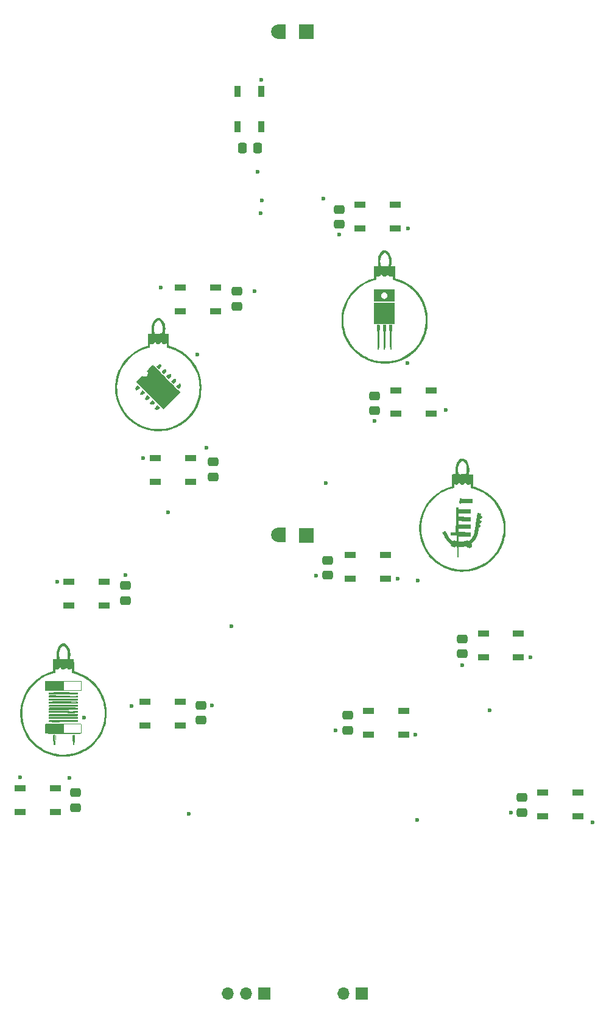
<source format=gts>
G04 #@! TF.GenerationSoftware,KiCad,Pcbnew,8.0.6*
G04 #@! TF.CreationDate,2024-11-23T10:35:43+01:00*
G04 #@! TF.ProjectId,ChristmasTree,43687269-7374-46d6-9173-547265652e6b,rev?*
G04 #@! TF.SameCoordinates,Original*
G04 #@! TF.FileFunction,Soldermask,Top*
G04 #@! TF.FilePolarity,Negative*
%FSLAX46Y46*%
G04 Gerber Fmt 4.6, Leading zero omitted, Abs format (unit mm)*
G04 Created by KiCad (PCBNEW 8.0.6) date 2024-11-23 10:35:43*
%MOMM*%
%LPD*%
G01*
G04 APERTURE LIST*
G04 Aperture macros list*
%AMRoundRect*
0 Rectangle with rounded corners*
0 $1 Rounding radius*
0 $2 $3 $4 $5 $6 $7 $8 $9 X,Y pos of 4 corners*
0 Add a 4 corners polygon primitive as box body*
4,1,4,$2,$3,$4,$5,$6,$7,$8,$9,$2,$3,0*
0 Add four circle primitives for the rounded corners*
1,1,$1+$1,$2,$3*
1,1,$1+$1,$4,$5*
1,1,$1+$1,$6,$7*
1,1,$1+$1,$8,$9*
0 Add four rect primitives between the rounded corners*
20,1,$1+$1,$2,$3,$4,$5,0*
20,1,$1+$1,$4,$5,$6,$7,0*
20,1,$1+$1,$6,$7,$8,$9,0*
20,1,$1+$1,$8,$9,$2,$3,0*%
G04 Aperture macros list end*
%ADD10C,0.000000*%
%ADD11RoundRect,0.250000X-0.475000X0.337500X-0.475000X-0.337500X0.475000X-0.337500X0.475000X0.337500X0*%
%ADD12R,1.700000X1.700000*%
%ADD13O,1.700000X1.700000*%
%ADD14R,2.000000X2.000000*%
%ADD15R,1.500000X0.900000*%
%ADD16RoundRect,0.250000X0.475000X-0.337500X0.475000X0.337500X-0.475000X0.337500X-0.475000X-0.337500X0*%
%ADD17R,0.900000X1.500000*%
%ADD18C,2.000000*%
%ADD19R,1.000000X2.000000*%
%ADD20RoundRect,0.250000X-0.337500X-0.475000X0.337500X-0.475000X0.337500X0.475000X-0.337500X0.475000X0*%
%ADD21C,0.600000*%
G04 APERTURE END LIST*
D10*
G36*
X114083221Y-75019962D02*
G01*
X114083221Y-76494494D01*
X112644363Y-76494494D01*
X111205505Y-76494494D01*
X111205505Y-75019962D01*
X111205505Y-73545430D01*
X112644363Y-73545430D01*
X114083221Y-73545430D01*
X114083221Y-75019962D01*
G37*
G36*
X66949645Y-133739625D02*
G01*
X66960325Y-133834135D01*
X66962598Y-133927164D01*
X66959964Y-133965561D01*
X66953500Y-134041123D01*
X66948741Y-134140128D01*
X66946976Y-134221226D01*
X66942295Y-134317897D01*
X66930294Y-134371315D01*
X66918371Y-134381760D01*
X66906131Y-134366800D01*
X66900490Y-134318624D01*
X66901219Y-134232291D01*
X66906479Y-134128341D01*
X66913437Y-134006010D01*
X66919409Y-133885268D01*
X66923550Y-133783974D01*
X66924765Y-133741871D01*
X66927545Y-133608820D01*
X66949645Y-133739625D01*
G37*
G36*
X83604312Y-84133256D02*
G01*
X83626256Y-84158492D01*
X83650111Y-84214762D01*
X83670402Y-84293140D01*
X83675836Y-84325036D01*
X83691773Y-84438069D01*
X83517881Y-84625704D01*
X83445550Y-84702492D01*
X83384846Y-84764587D01*
X83343082Y-84804651D01*
X83328289Y-84815901D01*
X83306843Y-84800375D01*
X83261550Y-84756461D01*
X83199840Y-84691612D01*
X83152601Y-84639704D01*
X82992612Y-84460944D01*
X83125998Y-84329671D01*
X83241406Y-84229492D01*
X83352612Y-84157820D01*
X83453946Y-84116596D01*
X83539737Y-84107762D01*
X83604312Y-84133256D01*
G37*
G36*
X79172988Y-85841123D02*
G01*
X79239630Y-85915395D01*
X79294971Y-85979900D01*
X79330073Y-86024114D01*
X79336161Y-86033257D01*
X79339391Y-86055668D01*
X79323068Y-86085484D01*
X79282774Y-86126929D01*
X79214090Y-86184230D01*
X79112599Y-86261611D01*
X79045874Y-86310833D01*
X78956272Y-86352827D01*
X78857372Y-86362732D01*
X78767714Y-86339525D01*
X78747314Y-86327321D01*
X78702449Y-86269284D01*
X78691882Y-86187756D01*
X78713445Y-86089788D01*
X78764972Y-85982431D01*
X78844294Y-85872738D01*
X78907724Y-85805449D01*
X79031343Y-85686535D01*
X79172988Y-85841123D01*
G37*
G36*
X82156598Y-82760738D02*
G01*
X82219039Y-82787133D01*
X82221434Y-82788356D01*
X82286138Y-82826660D01*
X82315870Y-82865651D01*
X82320212Y-82922669D01*
X82316283Y-82960023D01*
X82279969Y-83080634D01*
X82202985Y-83209290D01*
X82089699Y-83338733D01*
X82086583Y-83341778D01*
X81978845Y-83446645D01*
X81812248Y-83271582D01*
X81738925Y-83194753D01*
X81692403Y-83139234D01*
X81674249Y-83095734D01*
X81686029Y-83054964D01*
X81729311Y-83007632D01*
X81805662Y-82944448D01*
X81876960Y-82887934D01*
X81972536Y-82815094D01*
X82043940Y-82771657D01*
X82101763Y-82754559D01*
X82156598Y-82760738D01*
G37*
G36*
X82877291Y-83430159D02*
G01*
X82945147Y-83478222D01*
X82985896Y-83564106D01*
X82998651Y-83676891D01*
X82996323Y-83728967D01*
X82985023Y-83772564D01*
X82958637Y-83818368D01*
X82911051Y-83877067D01*
X82838468Y-83956847D01*
X82769575Y-84029692D01*
X82712952Y-84086880D01*
X82676051Y-84121036D01*
X82666180Y-84127395D01*
X82635744Y-84117295D01*
X82626977Y-84113819D01*
X82599894Y-84091973D01*
X82550329Y-84042884D01*
X82486915Y-83975287D01*
X82454390Y-83939167D01*
X82309113Y-83775705D01*
X82434135Y-83653056D01*
X82539632Y-83562010D01*
X82647589Y-83490544D01*
X82748905Y-83443238D01*
X82834477Y-83424669D01*
X82877291Y-83430159D01*
G37*
G36*
X78517341Y-85160595D02*
G01*
X78584102Y-85234914D01*
X78636159Y-85298608D01*
X78666190Y-85342421D01*
X78670674Y-85354417D01*
X78652051Y-85392299D01*
X78603016Y-85446429D01*
X78533822Y-85508378D01*
X78454722Y-85569719D01*
X78375970Y-85622023D01*
X78307817Y-85656862D01*
X78298649Y-85660229D01*
X78216239Y-85686503D01*
X78163629Y-85696043D01*
X78126288Y-85689351D01*
X78090341Y-85667408D01*
X78060851Y-85626399D01*
X78035024Y-85558304D01*
X78026704Y-85522823D01*
X78017829Y-85449142D01*
X78025156Y-85386160D01*
X78053513Y-85324215D01*
X78107730Y-85253645D01*
X78192634Y-85164787D01*
X78218252Y-85139531D01*
X78364007Y-84996835D01*
X78517341Y-85160595D01*
G37*
G36*
X81062180Y-87752504D02*
G01*
X81099689Y-87775340D01*
X81158623Y-87822965D01*
X81244494Y-87898981D01*
X81277315Y-87928754D01*
X81441367Y-88078088D01*
X81260050Y-88255767D01*
X81183960Y-88328247D01*
X81119447Y-88385835D01*
X81074400Y-88421719D01*
X81057896Y-88430268D01*
X81023671Y-88425349D01*
X80960224Y-88416436D01*
X80921709Y-88411073D01*
X80827542Y-88383353D01*
X80756753Y-88334082D01*
X80719640Y-88271428D01*
X80716521Y-88248365D01*
X80733211Y-88175940D01*
X80781779Y-88083141D01*
X80856898Y-87979224D01*
X80900803Y-87928136D01*
X80959954Y-87860333D01*
X81005573Y-87803406D01*
X81028635Y-87768679D01*
X81029377Y-87766792D01*
X81040580Y-87750856D01*
X81062180Y-87752504D01*
G37*
G36*
X79870648Y-86530376D02*
G01*
X79943623Y-86604361D01*
X80001149Y-86666022D01*
X80036476Y-86707906D01*
X80044278Y-86722053D01*
X80019110Y-86753724D01*
X79967572Y-86803906D01*
X79899400Y-86864502D01*
X79824328Y-86927418D01*
X79752093Y-86984558D01*
X79692429Y-87027827D01*
X79655072Y-87049130D01*
X79649840Y-87050047D01*
X79599802Y-87044890D01*
X79530812Y-87037651D01*
X79523431Y-87036870D01*
X79453507Y-87018501D01*
X79399319Y-86986055D01*
X79395924Y-86982559D01*
X79372797Y-86949608D01*
X79366768Y-86910556D01*
X79376607Y-86848747D01*
X79383776Y-86817804D01*
X79409655Y-86737079D01*
X79451240Y-86655747D01*
X79514757Y-86563712D01*
X79606430Y-86450882D01*
X79619424Y-86435692D01*
X79690924Y-86352453D01*
X79870648Y-86530376D01*
G37*
G36*
X81537054Y-82105618D02*
G01*
X81578118Y-82130473D01*
X81622231Y-82173221D01*
X81640229Y-82219778D01*
X81634916Y-82285016D01*
X81619186Y-82348471D01*
X81594933Y-82399506D01*
X81548846Y-82470120D01*
X81489535Y-82549625D01*
X81425608Y-82627333D01*
X81365673Y-82692553D01*
X81318340Y-82734599D01*
X81300605Y-82744023D01*
X81273759Y-82730983D01*
X81222758Y-82690573D01*
X81156178Y-82629939D01*
X81114317Y-82588838D01*
X81045213Y-82516836D01*
X80991230Y-82456081D01*
X80959743Y-82415119D01*
X80954688Y-82403916D01*
X80973508Y-82378551D01*
X81020587Y-82339432D01*
X81055765Y-82314870D01*
X81137784Y-82257406D01*
X81220618Y-82194078D01*
X81242351Y-82176233D01*
X81343819Y-82112400D01*
X81444765Y-82088492D01*
X81537054Y-82105618D01*
G37*
G36*
X80425877Y-87070969D02*
G01*
X80474312Y-87112378D01*
X80535175Y-87171618D01*
X80600489Y-87240087D01*
X80662276Y-87309185D01*
X80712559Y-87370309D01*
X80743360Y-87414858D01*
X80748003Y-87433531D01*
X80721987Y-87456883D01*
X80670384Y-87503436D01*
X80602861Y-87564463D01*
X80579448Y-87585644D01*
X80504643Y-87651663D01*
X80450991Y-87691485D01*
X80405127Y-87711640D01*
X80353685Y-87718656D01*
X80305946Y-87719239D01*
X80226116Y-87714351D01*
X80161352Y-87702687D01*
X80139260Y-87694274D01*
X80076558Y-87632443D01*
X80048664Y-87547817D01*
X80058677Y-87459697D01*
X80084330Y-87409943D01*
X80131329Y-87341268D01*
X80191468Y-87263441D01*
X80256539Y-87186231D01*
X80318335Y-87119407D01*
X80368648Y-87072737D01*
X80397847Y-87055992D01*
X80425877Y-87070969D01*
G37*
G36*
X84249957Y-84766447D02*
G01*
X84284206Y-84825798D01*
X84319718Y-84902414D01*
X84349869Y-84982280D01*
X84365645Y-85038943D01*
X84366363Y-85107754D01*
X84351428Y-85157857D01*
X84324719Y-85195523D01*
X84276746Y-85252891D01*
X84216247Y-85320614D01*
X84151959Y-85389347D01*
X84092618Y-85449743D01*
X84046962Y-85492456D01*
X84023974Y-85508151D01*
X84002893Y-85491618D01*
X83958329Y-85447380D01*
X83898202Y-85383458D01*
X83867210Y-85349334D01*
X83781823Y-85254700D01*
X83725582Y-85188516D01*
X83697448Y-85142470D01*
X83696382Y-85108253D01*
X83721342Y-85077552D01*
X83771291Y-85042057D01*
X83824438Y-85007348D01*
X83918356Y-84942742D01*
X84013251Y-84873582D01*
X84087953Y-84815342D01*
X84150192Y-84769516D01*
X84200889Y-84742125D01*
X84223594Y-84738378D01*
X84249957Y-84766447D01*
G37*
G36*
X68010047Y-131105549D02*
G01*
X70025637Y-131111629D01*
X70032953Y-131240183D01*
X70032019Y-131332970D01*
X70015919Y-131382438D01*
X70009170Y-131388461D01*
X69981115Y-131391495D01*
X69909073Y-131394394D01*
X69796623Y-131397124D01*
X69647344Y-131399648D01*
X69464815Y-131401930D01*
X69252615Y-131403934D01*
X69014322Y-131405624D01*
X68753517Y-131406965D01*
X68473776Y-131407919D01*
X68178680Y-131408450D01*
X68014803Y-131408549D01*
X67642876Y-131408454D01*
X67316181Y-131408001D01*
X67032383Y-131407156D01*
X66789149Y-131405887D01*
X66584147Y-131404160D01*
X66415042Y-131401943D01*
X66279502Y-131399203D01*
X66175193Y-131395905D01*
X66099783Y-131392019D01*
X66050936Y-131387510D01*
X66026321Y-131382345D01*
X66022996Y-131380374D01*
X66006773Y-131341628D01*
X65996434Y-131273658D01*
X65994457Y-131225652D01*
X65994457Y-131099469D01*
X68010047Y-131105549D01*
G37*
G36*
X123198000Y-100720331D02*
G01*
X123236257Y-100728339D01*
X123283645Y-100739056D01*
X123331027Y-100747738D01*
X123384019Y-100754632D01*
X123448242Y-100759987D01*
X123529313Y-100764053D01*
X123632850Y-100767077D01*
X123764473Y-100769310D01*
X123929799Y-100770999D01*
X124134447Y-100772393D01*
X124245120Y-100773014D01*
X124929586Y-100776704D01*
X124922929Y-101079934D01*
X124916273Y-101383164D01*
X124129113Y-101395056D01*
X123873687Y-101399732D01*
X123665589Y-101405326D01*
X123504866Y-101411837D01*
X123391570Y-101419262D01*
X123325749Y-101427599D01*
X123308607Y-101433376D01*
X123265386Y-101453775D01*
X123202435Y-101470033D01*
X123139072Y-101478738D01*
X123094615Y-101476478D01*
X123087124Y-101472492D01*
X123080103Y-101442491D01*
X123075391Y-101375650D01*
X123072843Y-101282035D01*
X123072315Y-101171716D01*
X123073661Y-101054759D01*
X123076736Y-100941234D01*
X123081394Y-100841207D01*
X123087491Y-100764747D01*
X123094882Y-100721922D01*
X123098020Y-100716549D01*
X123134181Y-100712715D01*
X123198000Y-100720331D01*
G37*
G36*
X66734437Y-133601349D02*
G01*
X66838745Y-133608820D01*
X66838884Y-134001236D01*
X66839122Y-134145953D01*
X66840331Y-134249998D01*
X66843433Y-134320262D01*
X66849351Y-134363639D01*
X66859006Y-134387020D01*
X66873321Y-134397299D01*
X66892396Y-134401251D01*
X66934309Y-134418570D01*
X66942462Y-134457781D01*
X66917644Y-134524995D01*
X66910240Y-134539575D01*
X66887596Y-134607293D01*
X66875120Y-134691696D01*
X66874304Y-134714719D01*
X66870489Y-134805664D01*
X66861573Y-134894881D01*
X66859154Y-134910927D01*
X66846043Y-134968877D01*
X66821916Y-134994033D01*
X66770469Y-135000016D01*
X66752394Y-135000112D01*
X66660374Y-135000112D01*
X66660374Y-134820977D01*
X66654414Y-134701557D01*
X66638154Y-134600438D01*
X66623780Y-134554261D01*
X66611099Y-134501541D01*
X66600424Y-134414812D01*
X66591937Y-134303410D01*
X66585821Y-134176669D01*
X66582259Y-134043923D01*
X66581432Y-133914508D01*
X66583524Y-133797759D01*
X66588717Y-133703008D01*
X66597193Y-133639593D01*
X66605485Y-133618522D01*
X66642808Y-133604963D01*
X66707172Y-133600262D01*
X66734437Y-133601349D01*
G37*
G36*
X67396021Y-131507434D02*
G01*
X67676838Y-131507862D01*
X67971573Y-131508646D01*
X68082267Y-131509024D01*
X68434344Y-131510164D01*
X68741840Y-131511066D01*
X69007737Y-131512034D01*
X69235016Y-131513368D01*
X69426660Y-131515369D01*
X69585649Y-131518340D01*
X69714966Y-131522581D01*
X69817592Y-131528395D01*
X69896509Y-131536083D01*
X69954698Y-131545946D01*
X69995141Y-131558287D01*
X70020820Y-131573406D01*
X70034717Y-131591606D01*
X70039813Y-131613187D01*
X70039089Y-131638451D01*
X70035528Y-131667701D01*
X70032111Y-131701237D01*
X70031819Y-131706198D01*
X70025637Y-131825112D01*
X68022847Y-131831193D01*
X67667974Y-131832247D01*
X67357638Y-131833072D01*
X67088810Y-131833610D01*
X66858461Y-131833800D01*
X66663564Y-131833583D01*
X66501089Y-131832898D01*
X66368009Y-131831685D01*
X66261293Y-131829886D01*
X66177915Y-131827439D01*
X66114845Y-131824286D01*
X66069055Y-131820366D01*
X66037516Y-131815620D01*
X66017200Y-131809987D01*
X66005078Y-131803408D01*
X65998122Y-131795823D01*
X65995366Y-131791136D01*
X65971337Y-131707046D01*
X65982039Y-131624602D01*
X66022455Y-131557136D01*
X66087567Y-131517976D01*
X66099171Y-131515365D01*
X66134054Y-131513381D01*
X66212764Y-131511657D01*
X66331562Y-131510204D01*
X66486709Y-131509036D01*
X66674467Y-131508162D01*
X66891097Y-131507596D01*
X67132861Y-131507349D01*
X67396021Y-131507434D01*
G37*
G36*
X112846517Y-77044645D02*
G01*
X112845700Y-77208300D01*
X112842968Y-77330378D01*
X112837899Y-77416842D01*
X112830070Y-77473656D01*
X112819059Y-77506785D01*
X112813201Y-77515280D01*
X112805373Y-77531606D01*
X112798545Y-77564103D01*
X112792573Y-77616369D01*
X112787315Y-77691999D01*
X112782627Y-77794592D01*
X112778366Y-77927744D01*
X112774387Y-78095052D01*
X112770548Y-78300114D01*
X112766705Y-78546527D01*
X112763825Y-78753857D01*
X112760459Y-78989510D01*
X112756874Y-79211483D01*
X112753174Y-79415086D01*
X112749465Y-79595630D01*
X112745850Y-79748426D01*
X112742435Y-79868785D01*
X112739325Y-79952015D01*
X112736623Y-79993429D01*
X112736082Y-79996507D01*
X112706054Y-80030611D01*
X112654290Y-80039381D01*
X112598549Y-80023989D01*
X112556591Y-79985609D01*
X112556014Y-79984616D01*
X112548864Y-79962592D01*
X112543025Y-79921611D01*
X112538436Y-79858202D01*
X112535037Y-79768897D01*
X112532767Y-79650227D01*
X112531567Y-79498721D01*
X112531374Y-79310911D01*
X112532129Y-79083329D01*
X112533772Y-78812504D01*
X112534301Y-78739404D01*
X112543153Y-77547704D01*
X112486736Y-77508222D01*
X112466555Y-77492728D01*
X112451871Y-77473984D01*
X112441810Y-77444847D01*
X112435498Y-77398174D01*
X112432062Y-77326824D01*
X112430628Y-77223654D01*
X112430321Y-77081521D01*
X112430318Y-77047020D01*
X112430318Y-76625299D01*
X112638417Y-76618428D01*
X112846517Y-76611556D01*
X112846517Y-77044645D01*
G37*
G36*
X114083221Y-72522771D02*
G01*
X114083221Y-73355168D01*
X114017818Y-73353757D01*
X113982482Y-73353702D01*
X113904046Y-73354045D01*
X113786977Y-73354753D01*
X113635737Y-73355793D01*
X113454792Y-73357133D01*
X113248606Y-73358740D01*
X113021644Y-73360581D01*
X112778371Y-73362622D01*
X112581597Y-73364321D01*
X112330644Y-73366266D01*
X112094033Y-73367621D01*
X111876017Y-73368393D01*
X111680849Y-73368592D01*
X111512783Y-73368224D01*
X111376071Y-73367297D01*
X111274966Y-73365820D01*
X111213721Y-73363800D01*
X111196250Y-73361768D01*
X111192857Y-73335403D01*
X111189745Y-73266995D01*
X111187009Y-73162065D01*
X111184745Y-73026135D01*
X111183047Y-72864727D01*
X111182011Y-72683362D01*
X111181775Y-72548410D01*
X112180044Y-72548410D01*
X112208909Y-72681867D01*
X112257893Y-72774392D01*
X112358856Y-72888595D01*
X112476080Y-72961856D01*
X112603345Y-72992793D01*
X112734432Y-72980021D01*
X112863122Y-72922160D01*
X112877917Y-72912254D01*
X112986899Y-72810040D01*
X113054604Y-72684890D01*
X113079520Y-72539967D01*
X113078400Y-72492723D01*
X113049062Y-72359709D01*
X112985071Y-72247582D01*
X112894341Y-72159872D01*
X112784792Y-72100112D01*
X112664339Y-72071835D01*
X112540899Y-72078572D01*
X112422390Y-72123856D01*
X112357060Y-72170897D01*
X112255123Y-72286817D01*
X112195783Y-72414691D01*
X112180044Y-72548410D01*
X111181775Y-72548410D01*
X111181723Y-72518807D01*
X111181723Y-71690374D01*
X112632472Y-71690374D01*
X114083221Y-71690374D01*
X114083221Y-72522771D01*
G37*
G36*
X69514307Y-134013018D02*
G01*
X69515489Y-134181668D01*
X69519111Y-134304680D01*
X69525291Y-134383928D01*
X69534146Y-134421284D01*
X69539961Y-134424738D01*
X69551092Y-134397613D01*
X69561123Y-134326020D01*
X69569760Y-134213051D01*
X69576711Y-134061797D01*
X69577963Y-134024395D01*
X69584868Y-133852215D01*
X69592868Y-133727268D01*
X69601407Y-133649249D01*
X69609931Y-133617851D01*
X69617884Y-133632771D01*
X69624712Y-133693705D01*
X69629859Y-133800346D01*
X69632772Y-133952390D01*
X69633221Y-134054754D01*
X69632662Y-134219991D01*
X69630704Y-134343600D01*
X69626924Y-134431509D01*
X69620900Y-134489646D01*
X69612211Y-134523939D01*
X69600434Y-134540315D01*
X69598554Y-134541494D01*
X69579910Y-134566865D01*
X69567244Y-134622864D01*
X69559335Y-134716324D01*
X69556934Y-134774557D01*
X69549981Y-134988221D01*
X69463822Y-134995422D01*
X69397801Y-134993203D01*
X69365579Y-134969959D01*
X69362745Y-134963748D01*
X69355806Y-134922768D01*
X69350586Y-134848329D01*
X69347972Y-134754534D01*
X69347828Y-134726647D01*
X69344451Y-134611580D01*
X69334223Y-134542525D01*
X69319158Y-134518864D01*
X69308513Y-134501908D01*
X69301194Y-134456283D01*
X69296984Y-134377470D01*
X69295663Y-134260951D01*
X69297013Y-134102208D01*
X69297488Y-134070955D01*
X69299898Y-133932212D01*
X69302373Y-133811193D01*
X69304727Y-133715386D01*
X69306777Y-133652280D01*
X69308321Y-133629374D01*
X69331786Y-133623914D01*
X69386291Y-133613990D01*
X69413230Y-133609446D01*
X69514307Y-133592748D01*
X69514307Y-134013018D01*
G37*
G36*
X68005463Y-127680108D02*
G01*
X68272977Y-127680676D01*
X68536585Y-127681595D01*
X68792003Y-127682857D01*
X69034948Y-127684456D01*
X69261136Y-127686384D01*
X69466283Y-127688637D01*
X69646108Y-127691205D01*
X69796325Y-127694084D01*
X69912653Y-127697265D01*
X69990807Y-127700742D01*
X70026505Y-127704509D01*
X70028145Y-127705267D01*
X70039374Y-127738297D01*
X70046674Y-127800754D01*
X70047957Y-127834940D01*
X70045076Y-127906656D01*
X70029511Y-127947646D01*
X69994530Y-127974376D01*
X69989962Y-127976766D01*
X69969718Y-127982502D01*
X69931047Y-127987492D01*
X69871260Y-127991775D01*
X69787668Y-127995389D01*
X69677581Y-127998373D01*
X69538310Y-128000763D01*
X69367164Y-128002598D01*
X69161455Y-128003916D01*
X68918493Y-128004756D01*
X68635587Y-128005155D01*
X68310050Y-128005151D01*
X68004101Y-128004868D01*
X67704871Y-128004368D01*
X67418918Y-128003646D01*
X67149876Y-128002726D01*
X66901381Y-128001632D01*
X66677067Y-128000386D01*
X66480570Y-127999014D01*
X66315523Y-127997539D01*
X66185563Y-127995984D01*
X66094323Y-127994374D01*
X66045439Y-127992732D01*
X66038326Y-127992016D01*
X66002811Y-127960678D01*
X65983363Y-127900235D01*
X65980434Y-127826512D01*
X65994475Y-127755333D01*
X66025935Y-127702524D01*
X66029976Y-127698930D01*
X66057767Y-127695195D01*
X66128768Y-127691885D01*
X66238696Y-127688994D01*
X66383266Y-127686514D01*
X66558196Y-127684439D01*
X66759202Y-127682762D01*
X66982001Y-127681476D01*
X67222310Y-127680575D01*
X67475846Y-127680051D01*
X67738324Y-127679898D01*
X68005463Y-127680108D01*
G37*
G36*
X68355787Y-129791723D02*
G01*
X68663777Y-129791923D01*
X68930422Y-129792410D01*
X69158834Y-129793313D01*
X69352121Y-129794757D01*
X69513396Y-129796870D01*
X69645769Y-129799778D01*
X69752350Y-129803609D01*
X69836249Y-129808490D01*
X69900578Y-129814546D01*
X69948446Y-129821906D01*
X69982965Y-129830696D01*
X70007244Y-129841043D01*
X70024395Y-129853073D01*
X70037528Y-129866915D01*
X70043843Y-129874925D01*
X70053314Y-129915532D01*
X70050687Y-129980612D01*
X70038697Y-130049444D01*
X70020082Y-130101308D01*
X70012602Y-130111524D01*
X69985854Y-130116719D01*
X69916104Y-130121451D01*
X69802808Y-130125728D01*
X69645422Y-130129559D01*
X69443402Y-130132952D01*
X69196204Y-130135917D01*
X68903284Y-130138461D01*
X68564098Y-130140593D01*
X68178103Y-130142321D01*
X68016440Y-130142883D01*
X66045282Y-130149230D01*
X66007978Y-130095971D01*
X65973657Y-130009753D01*
X65983116Y-129921427D01*
X65992637Y-129906634D01*
X68905396Y-129906634D01*
X68933071Y-129914753D01*
X68998943Y-129921388D01*
X69093661Y-129926462D01*
X69207876Y-129929902D01*
X69332240Y-129931633D01*
X69457403Y-129931579D01*
X69574016Y-129929665D01*
X69672731Y-129925818D01*
X69744198Y-129919961D01*
X69775917Y-129913604D01*
X69782831Y-129904981D01*
X69753497Y-129898328D01*
X69685295Y-129893484D01*
X69575605Y-129890288D01*
X69421806Y-129888578D01*
X69364261Y-129888324D01*
X69221401Y-129888809D01*
X69097187Y-129891043D01*
X68998525Y-129894747D01*
X68932323Y-129899648D01*
X68905488Y-129905469D01*
X68905396Y-129906634D01*
X65992637Y-129906634D01*
X66029050Y-129850061D01*
X66087426Y-129791685D01*
X68003343Y-129791685D01*
X68355787Y-129791723D01*
G37*
G36*
X68046453Y-129393042D02*
G01*
X70025637Y-129399269D01*
X70025637Y-129540255D01*
X70024259Y-129619221D01*
X70016301Y-129663560D01*
X69996025Y-129686204D01*
X69957690Y-129700084D01*
X69954288Y-129701032D01*
X69914794Y-129705165D01*
X69831016Y-129708548D01*
X69706231Y-129711185D01*
X69543715Y-129713081D01*
X69346744Y-129714241D01*
X69118594Y-129714668D01*
X68862540Y-129714369D01*
X68581860Y-129713347D01*
X68279829Y-129711608D01*
X67959724Y-129709156D01*
X67624820Y-129705996D01*
X67278394Y-129702132D01*
X66923721Y-129697570D01*
X66850637Y-129696554D01*
X66006348Y-129684663D01*
X65998858Y-129593659D01*
X66004372Y-129518183D01*
X69110000Y-129518183D01*
X69121891Y-129530075D01*
X69131392Y-129520574D01*
X69227458Y-129520574D01*
X69260343Y-129524327D01*
X69276479Y-129524557D01*
X69319748Y-129522077D01*
X69323363Y-129517700D01*
X69441617Y-129517700D01*
X69464588Y-129521240D01*
X69525149Y-129522703D01*
X69526198Y-129522705D01*
X69589377Y-129521464D01*
X69617165Y-129517979D01*
X69603918Y-129513081D01*
X69531604Y-129508942D01*
X69461222Y-129512838D01*
X69441617Y-129517700D01*
X69323363Y-129517700D01*
X69324847Y-129515904D01*
X69318099Y-129513680D01*
X69257781Y-129509982D01*
X69234859Y-129513680D01*
X69227458Y-129520574D01*
X69131392Y-129520574D01*
X69133783Y-129518183D01*
X69121891Y-129506292D01*
X69680786Y-129506292D01*
X69689488Y-129525868D01*
X69696642Y-129522147D01*
X69699488Y-129493922D01*
X69696642Y-129490437D01*
X69682503Y-129493701D01*
X69680786Y-129506292D01*
X69121891Y-129506292D01*
X69110000Y-129518183D01*
X66004372Y-129518183D01*
X66005351Y-129504789D01*
X66029319Y-129444736D01*
X66067270Y-129386815D01*
X68046453Y-129393042D01*
G37*
G36*
X70037528Y-130381151D02*
G01*
X70032508Y-130473525D01*
X70018415Y-130530990D01*
X70007799Y-130544549D01*
X69987673Y-130549532D01*
X69943297Y-130553750D01*
X69872663Y-130557212D01*
X69773764Y-130559922D01*
X69644594Y-130561889D01*
X69483146Y-130563119D01*
X69287413Y-130563619D01*
X69055388Y-130563395D01*
X68785063Y-130562454D01*
X68474433Y-130560803D01*
X68121490Y-130558450D01*
X67724227Y-130555400D01*
X67457097Y-130553182D01*
X66006348Y-130540842D01*
X66006348Y-130398146D01*
X66006348Y-130255449D01*
X67439260Y-130249318D01*
X67735820Y-130248075D01*
X67988353Y-130247152D01*
X68200396Y-130246652D01*
X68375486Y-130246677D01*
X68517161Y-130247330D01*
X68628959Y-130248713D01*
X68714417Y-130250930D01*
X68777072Y-130254084D01*
X68820463Y-130258276D01*
X68848127Y-130263610D01*
X68863600Y-130270188D01*
X68870422Y-130278114D01*
X68872128Y-130287490D01*
X68872172Y-130290938D01*
X68875375Y-130312468D01*
X68890658Y-130326403D01*
X68926526Y-130334450D01*
X68991489Y-130338313D01*
X69094054Y-130339699D01*
X69115946Y-130339812D01*
X69258880Y-130341884D01*
X69400688Y-130346439D01*
X69531482Y-130352919D01*
X69641373Y-130360767D01*
X69720475Y-130369427D01*
X69752135Y-130375644D01*
X69765544Y-130373550D01*
X69741643Y-130350638D01*
X69694337Y-130330221D01*
X69612071Y-130317614D01*
X69488911Y-130311938D01*
X69480033Y-130311797D01*
X69354223Y-130308212D01*
X69219340Y-130301589D01*
X69101618Y-130293255D01*
X69086217Y-130291860D01*
X68907846Y-130275031D01*
X69133783Y-130271099D01*
X69246592Y-130268396D01*
X69389060Y-130263899D01*
X69543340Y-130258224D01*
X69691587Y-130251983D01*
X69698623Y-130251663D01*
X70037528Y-130236159D01*
X70037528Y-130381151D01*
G37*
G36*
X111877222Y-76613954D02*
G01*
X111940888Y-76617376D01*
X111976682Y-76626352D01*
X111994453Y-76643558D01*
X112004047Y-76671670D01*
X112005071Y-76675723D01*
X112011709Y-76731436D01*
X112013902Y-76819758D01*
X112012250Y-76930752D01*
X112007352Y-77054482D01*
X111999807Y-77181013D01*
X111990214Y-77300409D01*
X111979173Y-77402734D01*
X111967283Y-77478051D01*
X111955142Y-77516425D01*
X111954311Y-77517456D01*
X111946712Y-77533721D01*
X111940200Y-77566763D01*
X111934659Y-77620140D01*
X111929974Y-77697411D01*
X111926027Y-77802134D01*
X111922704Y-77937867D01*
X111919889Y-78108168D01*
X111917464Y-78316596D01*
X111915315Y-78566709D01*
X111914006Y-78754161D01*
X111912091Y-78989790D01*
X111909554Y-79211738D01*
X111906502Y-79415315D01*
X111903037Y-79595829D01*
X111899266Y-79748591D01*
X111895292Y-79868909D01*
X111891221Y-79952093D01*
X111887157Y-79993453D01*
X111886258Y-79996507D01*
X111846362Y-80029760D01*
X111798648Y-80038127D01*
X111751771Y-80031156D01*
X111724328Y-80001406D01*
X111706194Y-79948942D01*
X111700055Y-79902056D01*
X111694705Y-79809819D01*
X111690188Y-79674436D01*
X111686547Y-79498115D01*
X111683826Y-79283064D01*
X111682069Y-79031490D01*
X111681319Y-78745600D01*
X111681293Y-78688455D01*
X111681207Y-78422339D01*
X111680911Y-78199882D01*
X111680257Y-78017178D01*
X111679092Y-77870321D01*
X111677268Y-77755404D01*
X111674632Y-77668522D01*
X111671035Y-77605767D01*
X111666326Y-77563234D01*
X111660354Y-77537017D01*
X111652969Y-77523208D01*
X111644020Y-77517902D01*
X111636140Y-77517153D01*
X111591447Y-77499668D01*
X111576683Y-77479534D01*
X111571954Y-77444250D01*
X111567876Y-77369983D01*
X111564721Y-77265312D01*
X111562765Y-77138816D01*
X111562247Y-77027661D01*
X111562247Y-76613408D01*
X111775839Y-76613408D01*
X111877222Y-76613954D01*
G37*
G36*
X113635013Y-76603842D02*
G01*
X113672968Y-76607235D01*
X113750262Y-76618807D01*
X113750262Y-77043996D01*
X113749957Y-77196328D01*
X113748556Y-77308048D01*
X113745333Y-77386106D01*
X113739561Y-77437452D01*
X113730513Y-77469039D01*
X113717462Y-77487818D01*
X113702696Y-77498890D01*
X113691813Y-77506916D01*
X113682724Y-77518908D01*
X113675261Y-77538911D01*
X113669257Y-77570970D01*
X113664545Y-77619129D01*
X113660958Y-77687432D01*
X113658328Y-77779926D01*
X113656488Y-77900654D01*
X113655271Y-78053661D01*
X113654509Y-78242992D01*
X113654036Y-78472692D01*
X113653760Y-78682284D01*
X113653144Y-78915454D01*
X113651907Y-79136756D01*
X113650125Y-79341102D01*
X113647871Y-79523407D01*
X113645220Y-79678584D01*
X113642246Y-79801547D01*
X113639023Y-79887210D01*
X113635624Y-79930486D01*
X113635561Y-79930848D01*
X113612783Y-80002100D01*
X113573912Y-80031146D01*
X113513257Y-80022195D01*
X113512434Y-80021896D01*
X113491434Y-80013350D01*
X113473776Y-80001737D01*
X113459172Y-79983155D01*
X113447330Y-79953704D01*
X113437963Y-79909483D01*
X113430779Y-79846591D01*
X113425489Y-79761127D01*
X113421803Y-79649191D01*
X113419432Y-79506882D01*
X113418086Y-79330299D01*
X113417475Y-79115541D01*
X113417310Y-78858708D01*
X113417303Y-78741106D01*
X113417252Y-78472254D01*
X113416996Y-78246948D01*
X113416379Y-78061169D01*
X113415248Y-77910898D01*
X113413447Y-77792115D01*
X113410823Y-77700801D01*
X113407219Y-77632937D01*
X113402482Y-77584504D01*
X113396457Y-77551482D01*
X113388989Y-77529852D01*
X113379923Y-77515595D01*
X113369738Y-77505262D01*
X113352602Y-77486655D01*
X113340146Y-77461721D01*
X113331630Y-77423247D01*
X113326316Y-77364018D01*
X113323464Y-77276822D01*
X113322334Y-77154445D01*
X113322172Y-77041115D01*
X113322172Y-76620014D01*
X113458923Y-76607839D01*
X113550275Y-76602987D01*
X113635013Y-76603842D01*
G37*
G36*
X68754824Y-128940003D02*
G01*
X68992802Y-128940657D01*
X69213421Y-128941802D01*
X69412364Y-128943455D01*
X69585315Y-128945629D01*
X69727957Y-128948341D01*
X69835973Y-128951606D01*
X69905045Y-128955439D01*
X69930847Y-128959840D01*
X69964246Y-128979718D01*
X69988821Y-128983071D01*
X70031995Y-129002878D01*
X70056775Y-129052903D01*
X70062055Y-129119052D01*
X70046730Y-129187232D01*
X70009696Y-129243347D01*
X70009261Y-129243755D01*
X69999209Y-129252416D01*
X69986815Y-129259980D01*
X69968977Y-129266519D01*
X69942597Y-129272110D01*
X69904574Y-129276826D01*
X69851809Y-129280741D01*
X69781203Y-129283931D01*
X69689656Y-129286469D01*
X69574068Y-129288430D01*
X69431339Y-129289888D01*
X69258370Y-129290918D01*
X69052062Y-129291593D01*
X68809314Y-129291990D01*
X68527027Y-129292181D01*
X68202101Y-129292242D01*
X67989328Y-129292247D01*
X66021445Y-129292247D01*
X66005197Y-129241055D01*
X65992745Y-129172260D01*
X65991039Y-129092593D01*
X65995604Y-129052355D01*
X68906571Y-129052355D01*
X68933410Y-129058965D01*
X68998660Y-129063962D01*
X69093193Y-129067388D01*
X69207883Y-129069283D01*
X69333603Y-129069689D01*
X69461227Y-129068648D01*
X69581629Y-129066200D01*
X69685680Y-129062387D01*
X69764256Y-129057251D01*
X69808229Y-129050833D01*
X69813801Y-129048246D01*
X69796762Y-129042880D01*
X69738973Y-129038173D01*
X69647249Y-129034391D01*
X69528403Y-129031800D01*
X69389250Y-129030665D01*
X69362279Y-129030636D01*
X69206473Y-129031683D01*
X69077883Y-129034658D01*
X68981651Y-129039317D01*
X68922921Y-129045415D01*
X68906571Y-129052355D01*
X65995604Y-129052355D01*
X65999182Y-129020816D01*
X66016277Y-128975688D01*
X66017982Y-128973814D01*
X66045700Y-128969206D01*
X66116496Y-128964875D01*
X66226054Y-128960835D01*
X66370057Y-128957100D01*
X66544188Y-128953688D01*
X66744130Y-128950613D01*
X66965566Y-128947891D01*
X67204179Y-128945536D01*
X67455651Y-128943566D01*
X67715668Y-128941994D01*
X67979910Y-128940836D01*
X68244061Y-128940108D01*
X68503805Y-128939826D01*
X68754824Y-128940003D01*
G37*
G36*
X68013630Y-128108527D02*
G01*
X68317632Y-128109697D01*
X68607911Y-128111173D01*
X68880955Y-128112915D01*
X69133253Y-128114884D01*
X69361290Y-128117042D01*
X69561556Y-128119350D01*
X69730537Y-128121768D01*
X69864721Y-128124258D01*
X69960596Y-128126780D01*
X70014649Y-128129295D01*
X70025662Y-128130873D01*
X70046094Y-128176834D01*
X70054039Y-128247123D01*
X70049173Y-128320083D01*
X70031167Y-128374055D01*
X70029370Y-128376610D01*
X70022113Y-128385118D01*
X70011852Y-128392560D01*
X69995511Y-128399017D01*
X69970012Y-128404573D01*
X69932277Y-128409311D01*
X69879231Y-128413314D01*
X69807795Y-128416665D01*
X69714892Y-128419447D01*
X69597446Y-128421743D01*
X69452379Y-128423636D01*
X69276615Y-128425208D01*
X69067075Y-128426544D01*
X68820683Y-128427725D01*
X68534361Y-128428835D01*
X68205033Y-128429957D01*
X68030211Y-128430526D01*
X67679104Y-128431643D01*
X67372466Y-128432528D01*
X67107199Y-128433118D01*
X66880207Y-128433349D01*
X66688394Y-128433156D01*
X66528661Y-128432476D01*
X66397914Y-128431244D01*
X66293053Y-128429397D01*
X66210984Y-128426869D01*
X66148609Y-128423598D01*
X66102831Y-128419519D01*
X66070553Y-128414569D01*
X66048679Y-128408682D01*
X66034113Y-128401795D01*
X66023756Y-128393844D01*
X66018644Y-128388906D01*
X65977096Y-128315318D01*
X65977204Y-128220817D01*
X65982763Y-128201953D01*
X68919738Y-128201953D01*
X68941971Y-128209023D01*
X69002524Y-128214516D01*
X69092178Y-128218441D01*
X69201715Y-128220806D01*
X69321915Y-128221622D01*
X69443559Y-128220895D01*
X69557429Y-128218636D01*
X69654305Y-128214854D01*
X69724969Y-128209557D01*
X69760202Y-128202754D01*
X69762236Y-128201135D01*
X69751219Y-128182857D01*
X69706991Y-128166664D01*
X69702412Y-128165701D01*
X69651227Y-128160932D01*
X69568982Y-128159327D01*
X69465177Y-128160445D01*
X69349310Y-128163848D01*
X69230881Y-128169094D01*
X69119389Y-128175745D01*
X69024334Y-128183359D01*
X68955213Y-128191498D01*
X68921527Y-128199720D01*
X68919738Y-128201953D01*
X65982763Y-128201953D01*
X65994068Y-128163587D01*
X66017463Y-128102055D01*
X68013630Y-128108527D01*
G37*
G36*
X67000195Y-128532589D02*
G01*
X67260737Y-128534044D01*
X67561898Y-128536102D01*
X67906591Y-128538521D01*
X68051666Y-128539499D01*
X68353658Y-128541508D01*
X68641708Y-128543451D01*
X68912306Y-128545304D01*
X69161943Y-128547040D01*
X69387112Y-128548634D01*
X69584302Y-128550062D01*
X69750005Y-128551298D01*
X69880713Y-128552316D01*
X69972915Y-128553091D01*
X70023104Y-128553599D01*
X70031582Y-128553761D01*
X70034836Y-128575995D01*
X70036996Y-128632078D01*
X70037528Y-128686375D01*
X70035327Y-128763204D01*
X70025073Y-128806421D01*
X70001285Y-128829909D01*
X69976523Y-128840963D01*
X69943267Y-128844746D01*
X69867164Y-128848197D01*
X69752548Y-128851311D01*
X69603754Y-128854087D01*
X69425114Y-128856522D01*
X69220966Y-128858612D01*
X68995641Y-128860355D01*
X68753476Y-128861748D01*
X68498803Y-128862789D01*
X68235959Y-128863474D01*
X67969276Y-128863801D01*
X67703090Y-128863767D01*
X67441735Y-128863369D01*
X67189545Y-128862604D01*
X66950855Y-128861471D01*
X66729999Y-128859964D01*
X66531311Y-128858083D01*
X66359126Y-128855824D01*
X66217779Y-128853185D01*
X66111603Y-128850162D01*
X66044933Y-128846753D01*
X66022505Y-128843513D01*
X66002589Y-128808928D01*
X65989330Y-128744321D01*
X65986831Y-128711160D01*
X65984476Y-128678746D01*
X65982567Y-128657081D01*
X69129684Y-128657081D01*
X69161726Y-128662401D01*
X69240586Y-128667881D01*
X69347828Y-128672837D01*
X69485095Y-128678066D01*
X69581870Y-128680563D01*
X69645173Y-128679891D01*
X69682023Y-128675610D01*
X69699438Y-128667280D01*
X69704437Y-128654461D01*
X69704569Y-128650500D01*
X69682511Y-128642389D01*
X69623121Y-128637184D01*
X69536580Y-128635497D01*
X69472687Y-128636518D01*
X69315962Y-128641638D01*
X69206652Y-128646743D01*
X69144609Y-128651876D01*
X69129684Y-128657081D01*
X65982567Y-128657081D01*
X65981972Y-128650325D01*
X65982229Y-128625655D01*
X65988160Y-128604493D01*
X66002677Y-128586598D01*
X66028692Y-128571728D01*
X66069117Y-128559639D01*
X66126865Y-128550091D01*
X66204847Y-128542841D01*
X66305975Y-128537647D01*
X66433162Y-128534267D01*
X66589319Y-128532459D01*
X66777360Y-128531980D01*
X67000195Y-128532589D01*
G37*
G36*
X67103967Y-130649720D02*
G01*
X67346390Y-130650253D01*
X67600667Y-130651129D01*
X67862456Y-130652322D01*
X68127412Y-130653806D01*
X68391192Y-130655555D01*
X68649452Y-130657542D01*
X68897849Y-130659744D01*
X69132038Y-130662133D01*
X69347676Y-130664683D01*
X69540420Y-130667370D01*
X69705925Y-130670166D01*
X69839848Y-130673047D01*
X69937846Y-130675986D01*
X69995574Y-130678958D01*
X70009609Y-130680983D01*
X70025710Y-130713526D01*
X70035665Y-130778789D01*
X70037528Y-130828228D01*
X70035213Y-130904727D01*
X70024647Y-130947653D01*
X70000403Y-130970914D01*
X69977947Y-130980871D01*
X69946572Y-130983950D01*
X69872050Y-130986831D01*
X69758734Y-130989505D01*
X69610976Y-130991963D01*
X69433130Y-130994195D01*
X69229548Y-130996193D01*
X69004584Y-130997947D01*
X68762591Y-130999448D01*
X68507921Y-131000687D01*
X68244929Y-131001655D01*
X67977966Y-131002341D01*
X67711386Y-131002738D01*
X67449542Y-131002836D01*
X67196788Y-131002625D01*
X66957475Y-131002097D01*
X66735958Y-131001242D01*
X66536589Y-131000051D01*
X66363721Y-130998514D01*
X66221708Y-130996624D01*
X66114902Y-130994369D01*
X66047657Y-130991742D01*
X66024938Y-130989244D01*
X65997112Y-130955345D01*
X65980943Y-130892296D01*
X65978601Y-130817561D01*
X65988493Y-130767595D01*
X68895955Y-130767595D01*
X68919586Y-130777057D01*
X68990006Y-130783933D01*
X69106510Y-130788191D01*
X69268391Y-130789798D01*
X69371610Y-130789568D01*
X69524491Y-130787673D01*
X69654608Y-130783989D01*
X69755845Y-130778832D01*
X69822081Y-130772519D01*
X69847199Y-130765367D01*
X69847266Y-130764969D01*
X69824476Y-130757843D01*
X69760065Y-130751808D01*
X69659968Y-130747139D01*
X69530124Y-130744111D01*
X69376469Y-130742997D01*
X69371610Y-130742996D01*
X69187620Y-130744216D01*
X69047524Y-130747840D01*
X68952341Y-130753816D01*
X68903093Y-130762091D01*
X68895955Y-130767595D01*
X65988493Y-130767595D01*
X65992254Y-130748600D01*
X65994380Y-130743181D01*
X66033934Y-130685871D01*
X66100502Y-130658388D01*
X66103814Y-130657749D01*
X66141630Y-130655161D01*
X66221706Y-130653096D01*
X66339699Y-130651529D01*
X66491265Y-130650434D01*
X66672061Y-130649784D01*
X66877743Y-130649555D01*
X67103967Y-130649720D01*
G37*
G36*
X69386115Y-132067437D02*
G01*
X69625347Y-132067845D01*
X69829763Y-132068667D01*
X70001914Y-132069932D01*
X70144349Y-132071665D01*
X70259619Y-132073893D01*
X70350273Y-132076644D01*
X70418861Y-132079943D01*
X70467934Y-132083818D01*
X70500040Y-132088295D01*
X70517730Y-132093402D01*
X70521285Y-132095580D01*
X70533354Y-132110007D01*
X70542707Y-132134590D01*
X70549674Y-132174878D01*
X70554587Y-132236417D01*
X70557779Y-132324756D01*
X70559580Y-132445443D01*
X70560322Y-132604024D01*
X70560385Y-132749606D01*
X70559443Y-132923468D01*
X70556977Y-133080060D01*
X70553205Y-133213084D01*
X70548347Y-133316242D01*
X70542622Y-133383236D01*
X70537500Y-133406666D01*
X70533513Y-133413528D01*
X70528663Y-133419477D01*
X70519693Y-133424611D01*
X70503347Y-133429031D01*
X70476367Y-133432836D01*
X70435497Y-133436126D01*
X70377480Y-133439000D01*
X70299058Y-133441558D01*
X70196976Y-133443899D01*
X70067977Y-133446124D01*
X69908802Y-133448332D01*
X69716197Y-133450622D01*
X69486903Y-133453094D01*
X69217664Y-133455847D01*
X68905223Y-133458982D01*
X68788932Y-133460149D01*
X68647473Y-133461085D01*
X68465649Y-133461519D01*
X68250659Y-133461474D01*
X68009699Y-133460970D01*
X67749968Y-133460031D01*
X67478664Y-133458679D01*
X67202985Y-133456935D01*
X66930129Y-133454821D01*
X66862528Y-133454232D01*
X66614669Y-133451688D01*
X66380749Y-133448650D01*
X66165148Y-133445215D01*
X65972250Y-133441486D01*
X65806437Y-133437562D01*
X65672092Y-133433543D01*
X65573595Y-133429529D01*
X65515331Y-133425621D01*
X65500964Y-133423100D01*
X65491599Y-133405243D01*
X65484249Y-133362436D01*
X65482202Y-133335770D01*
X68111123Y-133335770D01*
X69270534Y-133329599D01*
X70429944Y-133323427D01*
X70436663Y-132800206D01*
X70438056Y-132644184D01*
X70438175Y-132501744D01*
X70437108Y-132380626D01*
X70434939Y-132288576D01*
X70431755Y-132233335D01*
X70430264Y-132223473D01*
X70417146Y-132169962D01*
X69264135Y-132169962D01*
X68111123Y-132169962D01*
X68111123Y-132752866D01*
X68111123Y-133335770D01*
X65482202Y-133335770D01*
X65478733Y-133290565D01*
X65474868Y-133185519D01*
X65472473Y-133043184D01*
X65471364Y-132859446D01*
X65471237Y-132752866D01*
X65471236Y-132751690D01*
X65471236Y-132099520D01*
X65524747Y-132087712D01*
X65555494Y-132086022D01*
X65630579Y-132084282D01*
X65746774Y-132082513D01*
X65900851Y-132080739D01*
X66089581Y-132078985D01*
X66309738Y-132077273D01*
X66558093Y-132075627D01*
X66831419Y-132074071D01*
X67126487Y-132072629D01*
X67440070Y-132071323D01*
X67768940Y-132070178D01*
X68030039Y-132069422D01*
X68434031Y-132068437D01*
X68793007Y-132067760D01*
X69109519Y-132067418D01*
X69386115Y-132067437D01*
G37*
G36*
X68834609Y-126084043D02*
G01*
X69113370Y-126084679D01*
X69377296Y-126085808D01*
X69622486Y-126087443D01*
X69845042Y-126089595D01*
X70041062Y-126092277D01*
X70206648Y-126095500D01*
X70337899Y-126099276D01*
X70430916Y-126103617D01*
X70481800Y-126108535D01*
X70489401Y-126110622D01*
X70548857Y-126142409D01*
X70555205Y-126769646D01*
X70556869Y-126961015D01*
X70557339Y-127110476D01*
X70556332Y-127223676D01*
X70553568Y-127306263D01*
X70548766Y-127363886D01*
X70541644Y-127402193D01*
X70531921Y-127426831D01*
X70521791Y-127440819D01*
X70513903Y-127447919D01*
X70502019Y-127454206D01*
X70483389Y-127459724D01*
X70455261Y-127464520D01*
X70414885Y-127468639D01*
X70359509Y-127472127D01*
X70286383Y-127475030D01*
X70192754Y-127477394D01*
X70075874Y-127479263D01*
X69932989Y-127480684D01*
X69761350Y-127481703D01*
X69558204Y-127482365D01*
X69320802Y-127482715D01*
X69046393Y-127482800D01*
X68732224Y-127482666D01*
X68375545Y-127482357D01*
X68042035Y-127481997D01*
X67704580Y-127481503D01*
X67380035Y-127480806D01*
X67071627Y-127479927D01*
X66782581Y-127478884D01*
X66516122Y-127477696D01*
X66275478Y-127476383D01*
X66063872Y-127474963D01*
X65884532Y-127473455D01*
X65740682Y-127471879D01*
X65635550Y-127470252D01*
X65572359Y-127468595D01*
X65554475Y-127467355D01*
X65506886Y-127445264D01*
X65489437Y-127428494D01*
X65484733Y-127398290D01*
X65482821Y-127366295D01*
X68111123Y-127366295D01*
X69270534Y-127360123D01*
X70429944Y-127353951D01*
X70436343Y-126809931D01*
X70437732Y-126610499D01*
X70436593Y-126455947D01*
X70432834Y-126343650D01*
X70426359Y-126270984D01*
X70417074Y-126235327D01*
X70415594Y-126233199D01*
X70402017Y-126225458D01*
X70372775Y-126218988D01*
X70324161Y-126213685D01*
X70252467Y-126209446D01*
X70153986Y-126206166D01*
X70025010Y-126203742D01*
X69861831Y-126202068D01*
X69660742Y-126201042D01*
X69418036Y-126200559D01*
X69249784Y-126200486D01*
X68111123Y-126200486D01*
X68111123Y-126783391D01*
X68111123Y-127366295D01*
X65482821Y-127366295D01*
X65480480Y-127327104D01*
X65476860Y-127221518D01*
X65474052Y-127088114D01*
X65472237Y-126933476D01*
X65471622Y-126783391D01*
X65471600Y-126778055D01*
X65471571Y-126589984D01*
X65472034Y-126443865D01*
X65473447Y-126334085D01*
X65476268Y-126255033D01*
X65480952Y-126201095D01*
X65487959Y-126166659D01*
X65497745Y-126146111D01*
X65510766Y-126133839D01*
X65524747Y-126125708D01*
X65558072Y-126120358D01*
X65635058Y-126115325D01*
X65751804Y-126110619D01*
X65904412Y-126106254D01*
X66088982Y-126102240D01*
X66301613Y-126098589D01*
X66538406Y-126095314D01*
X66795461Y-126092425D01*
X67068879Y-126089936D01*
X67354759Y-126087858D01*
X67649202Y-126086202D01*
X67948308Y-126084981D01*
X68248178Y-126084206D01*
X68544911Y-126083890D01*
X68834609Y-126084043D01*
G37*
G36*
X80462922Y-82193922D02*
G01*
X80493133Y-82215479D01*
X80536139Y-82251093D01*
X80593907Y-82302652D01*
X80668401Y-82372045D01*
X80761587Y-82461160D01*
X80875429Y-82571884D01*
X81011892Y-82706108D01*
X81172942Y-82865718D01*
X81360544Y-83052604D01*
X81576663Y-83268653D01*
X81823264Y-83515754D01*
X81955149Y-83648066D01*
X82227337Y-83921324D01*
X82491151Y-84186376D01*
X82744536Y-84441146D01*
X82985439Y-84683562D01*
X83211804Y-84911548D01*
X83421577Y-85123031D01*
X83612703Y-85315936D01*
X83783126Y-85488189D01*
X83930794Y-85637716D01*
X84053650Y-85762443D01*
X84149640Y-85860295D01*
X84216709Y-85929199D01*
X84252804Y-85967080D01*
X84257040Y-85971799D01*
X84245248Y-85991824D01*
X84205871Y-86036439D01*
X84146084Y-86097768D01*
X84111175Y-86131859D01*
X84066235Y-86175974D01*
X83991434Y-86250482D01*
X83890266Y-86351865D01*
X83766223Y-86476602D01*
X83622797Y-86621174D01*
X83463479Y-86782061D01*
X83291764Y-86955743D01*
X83111141Y-87138700D01*
X82948405Y-87303764D01*
X82768033Y-87486721D01*
X82597587Y-87659396D01*
X82439991Y-87818841D01*
X82298166Y-87962111D01*
X82175035Y-88086258D01*
X82073521Y-88188337D01*
X81996545Y-88265401D01*
X81947030Y-88314503D01*
X81927899Y-88332697D01*
X81927852Y-88332722D01*
X81909700Y-88317059D01*
X81860131Y-88269793D01*
X81781276Y-88193042D01*
X81675267Y-88088922D01*
X81544237Y-87959550D01*
X81390316Y-87807041D01*
X81215637Y-87633512D01*
X81022332Y-87441079D01*
X80812533Y-87231858D01*
X80588372Y-87007966D01*
X80351981Y-86771519D01*
X80105492Y-86524633D01*
X80019284Y-86438208D01*
X79769846Y-86187910D01*
X79530001Y-85946894D01*
X79301868Y-85717309D01*
X79087569Y-85501303D01*
X78889223Y-85301026D01*
X78708949Y-85118625D01*
X78548869Y-84956249D01*
X78411102Y-84816046D01*
X78297768Y-84700166D01*
X78210987Y-84610756D01*
X78152880Y-84549965D01*
X78125566Y-84519942D01*
X78123670Y-84517133D01*
X78139816Y-84495316D01*
X78185144Y-84444973D01*
X78254991Y-84370996D01*
X78344694Y-84278282D01*
X78449589Y-84171722D01*
X78523108Y-84097952D01*
X78922547Y-83699032D01*
X79012430Y-83736588D01*
X79086951Y-83759669D01*
X79183515Y-83779277D01*
X79250229Y-83787956D01*
X79346440Y-83792808D01*
X79417407Y-83783746D01*
X79484179Y-83757794D01*
X79492228Y-83753752D01*
X79578147Y-83702053D01*
X79640415Y-83641296D01*
X79692402Y-83556514D01*
X79718939Y-83499939D01*
X79756200Y-83361858D01*
X79746209Y-83222070D01*
X79688887Y-83079496D01*
X79688700Y-83079163D01*
X79636280Y-82985895D01*
X79825341Y-82792628D01*
X79974900Y-82640176D01*
X80109542Y-82503790D01*
X80225772Y-82386963D01*
X80320091Y-82293191D01*
X80389002Y-82225966D01*
X80429008Y-82188785D01*
X80433027Y-82185426D01*
X80443542Y-82184534D01*
X80462922Y-82193922D01*
G37*
G36*
X123649196Y-95202183D02*
G01*
X123813852Y-95258916D01*
X123959633Y-95357441D01*
X124091304Y-95500163D01*
X124094588Y-95504493D01*
X124237359Y-95732755D01*
X124343481Y-95989811D01*
X124412640Y-96273758D01*
X124444524Y-96582697D01*
X124438818Y-96914724D01*
X124395211Y-97267940D01*
X124389956Y-97297721D01*
X124376149Y-97374263D01*
X124665282Y-97380961D01*
X124954415Y-97387659D01*
X124952615Y-98210728D01*
X124952487Y-98441911D01*
X124953305Y-98629467D01*
X124955201Y-98777330D01*
X124958308Y-98889431D01*
X124962757Y-98969703D01*
X124968681Y-99022078D01*
X124976212Y-99050489D01*
X124981109Y-99057343D01*
X125016226Y-99074368D01*
X125085052Y-99100339D01*
X125175629Y-99130892D01*
X125225449Y-99146556D01*
X125603143Y-99278237D01*
X125990466Y-99442701D01*
X126373835Y-99633103D01*
X126739665Y-99842599D01*
X127074373Y-100064344D01*
X127135690Y-100109047D01*
X127524593Y-100420615D01*
X127873328Y-100750097D01*
X128185254Y-101101887D01*
X128463730Y-101480379D01*
X128712117Y-101889965D01*
X128933774Y-102335040D01*
X129054171Y-102618044D01*
X129226562Y-103101257D01*
X129353261Y-103578685D01*
X129435196Y-104053980D01*
X129448393Y-104169014D01*
X129457422Y-104290235D01*
X129463603Y-104445738D01*
X129467087Y-104627502D01*
X129468021Y-104827507D01*
X129466554Y-105037734D01*
X129462836Y-105250164D01*
X129457015Y-105456776D01*
X129449240Y-105649550D01*
X129439660Y-105820467D01*
X129428424Y-105961506D01*
X129415680Y-106064649D01*
X129412918Y-106080262D01*
X129320622Y-106471074D01*
X129192137Y-106874411D01*
X129032443Y-107278962D01*
X128846517Y-107673422D01*
X128639335Y-108046481D01*
X128415877Y-108386832D01*
X128370045Y-108449479D01*
X128032560Y-108864917D01*
X127663953Y-109248907D01*
X127267738Y-109598555D01*
X126847432Y-109910967D01*
X126406549Y-110183249D01*
X126030379Y-110375362D01*
X125636049Y-110537446D01*
X125211179Y-110673795D01*
X124765938Y-110782638D01*
X124310493Y-110862205D01*
X123855012Y-110910724D01*
X123409664Y-110926426D01*
X122984617Y-110907539D01*
X122977977Y-110906940D01*
X122584877Y-110856651D01*
X122178601Y-110777680D01*
X121774233Y-110673850D01*
X121386854Y-110548982D01*
X121068106Y-110423037D01*
X120647084Y-110217291D01*
X120235503Y-109972947D01*
X119840550Y-109695536D01*
X119469413Y-109390586D01*
X119129279Y-109063628D01*
X118827334Y-108720192D01*
X118784827Y-108666371D01*
X118521674Y-108307635D01*
X118294891Y-107952239D01*
X118098650Y-107588962D01*
X117927119Y-107206587D01*
X117774469Y-106793891D01*
X117712924Y-106603483D01*
X117590191Y-106132069D01*
X117508260Y-105643118D01*
X117467361Y-105143926D01*
X117467419Y-105065278D01*
X117771821Y-105065278D01*
X117777285Y-105273460D01*
X117790121Y-105450083D01*
X117791489Y-105462534D01*
X117874367Y-105997636D01*
X117999276Y-106511297D01*
X118165902Y-107002854D01*
X118373934Y-107471648D01*
X118623059Y-107917018D01*
X118912964Y-108338305D01*
X119243337Y-108734847D01*
X119434172Y-108934194D01*
X119716599Y-109202178D01*
X119993426Y-109435332D01*
X120277216Y-109642784D01*
X120580534Y-109833666D01*
X120915943Y-110017106D01*
X120944550Y-110031739D01*
X121359055Y-110225174D01*
X121766041Y-110378044D01*
X122176384Y-110493652D01*
X122600955Y-110575301D01*
X122835281Y-110605914D01*
X122916960Y-110611647D01*
X123036331Y-110615659D01*
X123183552Y-110618015D01*
X123348781Y-110618778D01*
X123522178Y-110618011D01*
X123693902Y-110615778D01*
X123854112Y-110612143D01*
X123992966Y-110607169D01*
X124100623Y-110600920D01*
X124138325Y-110597487D01*
X124616082Y-110522359D01*
X125094185Y-110402648D01*
X125565654Y-110240769D01*
X126023510Y-110039139D01*
X126460773Y-109800172D01*
X126485289Y-109785258D01*
X126890198Y-109511059D01*
X127274974Y-109197795D01*
X127634257Y-108851000D01*
X127962687Y-108476211D01*
X128254903Y-108078960D01*
X128460996Y-107745188D01*
X128645418Y-107382752D01*
X128810384Y-106983328D01*
X128953464Y-106554343D01*
X129072227Y-106103223D01*
X129164243Y-105637395D01*
X129177088Y-105557041D01*
X129203467Y-105325991D01*
X129217644Y-105064915D01*
X129219749Y-104789727D01*
X129209912Y-104516338D01*
X129188266Y-104260663D01*
X129165089Y-104094400D01*
X129054186Y-103571491D01*
X128902538Y-103068126D01*
X128711676Y-102586363D01*
X128483134Y-102128261D01*
X128218443Y-101695879D01*
X127919135Y-101291273D01*
X127586743Y-100916502D01*
X127222799Y-100573625D01*
X126828835Y-100264699D01*
X126406383Y-99991784D01*
X125956976Y-99756936D01*
X125925124Y-99742239D01*
X125659374Y-99624480D01*
X125420117Y-99527211D01*
X125193792Y-99445262D01*
X124966842Y-99373464D01*
X124928165Y-99362168D01*
X124654663Y-99283161D01*
X124642771Y-98968740D01*
X124630880Y-98654319D01*
X124512402Y-98752309D01*
X124417219Y-98818409D01*
X124330507Y-98847779D01*
X124245815Y-98839038D01*
X124156694Y-98790802D01*
X124056694Y-98701691D01*
X124002002Y-98642947D01*
X123879202Y-98505449D01*
X123840077Y-98564906D01*
X123802578Y-98612878D01*
X123744138Y-98678231D01*
X123686828Y-98737331D01*
X123599607Y-98811801D01*
X123521911Y-98847477D01*
X123441612Y-98847916D01*
X123375824Y-98828581D01*
X123313976Y-98791618D01*
X123238477Y-98727351D01*
X123162306Y-98647888D01*
X123106877Y-98577658D01*
X123057406Y-98507220D01*
X122892535Y-98678760D01*
X122796099Y-98773126D01*
X122716745Y-98831059D01*
X122644040Y-98853338D01*
X122567547Y-98840742D01*
X122476831Y-98794048D01*
X122366835Y-98717981D01*
X122314588Y-98679697D01*
X122328553Y-98963685D01*
X122333639Y-99090098D01*
X122333955Y-99176600D01*
X122329048Y-99230650D01*
X122318464Y-99259706D01*
X122310045Y-99267743D01*
X122275708Y-99280939D01*
X122204990Y-99302704D01*
X122107683Y-99330186D01*
X121993581Y-99360533D01*
X121974516Y-99365439D01*
X121622512Y-99472651D01*
X121257475Y-99615570D01*
X120890329Y-99788813D01*
X120531999Y-99986996D01*
X120193409Y-100204735D01*
X120027012Y-100325229D01*
X119923262Y-100409544D01*
X119797764Y-100520791D01*
X119658382Y-100651123D01*
X119512976Y-100792692D01*
X119369409Y-100937651D01*
X119235541Y-101078152D01*
X119119234Y-101206349D01*
X119028351Y-101314393D01*
X119002890Y-101347490D01*
X118732275Y-101733240D01*
X118501709Y-102110433D01*
X118307144Y-102488341D01*
X118144530Y-102876237D01*
X118009818Y-103283393D01*
X117898961Y-103719080D01*
X117839773Y-104011161D01*
X117814938Y-104179919D01*
X117795287Y-104382858D01*
X117781260Y-104606829D01*
X117773292Y-104838685D01*
X117771821Y-105065278D01*
X117467419Y-105065278D01*
X117467729Y-104641792D01*
X117509595Y-104144013D01*
X117593194Y-103657886D01*
X117615756Y-103559288D01*
X117763509Y-103042524D01*
X117955179Y-102542779D01*
X118189565Y-102062021D01*
X118465463Y-101602214D01*
X118781673Y-101165323D01*
X119136990Y-100753314D01*
X119530214Y-100368153D01*
X119612715Y-100295026D01*
X119847651Y-100106409D01*
X120114817Y-99919959D01*
X120405101Y-99740414D01*
X120709394Y-99572510D01*
X121018586Y-99420987D01*
X121323568Y-99290579D01*
X121615228Y-99186026D01*
X121884458Y-99112064D01*
X121889916Y-99110849D01*
X122026666Y-99080558D01*
X122026666Y-98228942D01*
X122026666Y-97377325D01*
X122291992Y-97370601D01*
X122557318Y-97363876D01*
X122547657Y-97161722D01*
X122538723Y-96864324D01*
X122542323Y-96628988D01*
X122875732Y-96628988D01*
X122879702Y-96842098D01*
X122903676Y-97046938D01*
X122916014Y-97109780D01*
X122934321Y-97196961D01*
X122950144Y-97262891D01*
X122969863Y-97310433D01*
X122999858Y-97342450D01*
X123046508Y-97361809D01*
X123116194Y-97371371D01*
X123215294Y-97374001D01*
X123350188Y-97372564D01*
X123496346Y-97370301D01*
X123988745Y-97363876D01*
X124033496Y-97197397D01*
X124055681Y-97095105D01*
X124070332Y-96976449D01*
X124078526Y-96830110D01*
X124081062Y-96697958D01*
X124081173Y-96554899D01*
X124077859Y-96446773D01*
X124069823Y-96360996D01*
X124055771Y-96284984D01*
X124034407Y-96206152D01*
X124028425Y-96186629D01*
X123955201Y-95989059D01*
X123869597Y-95823411D01*
X123774392Y-95692336D01*
X123672366Y-95598484D01*
X123566297Y-95544505D01*
X123458967Y-95533050D01*
X123369550Y-95558379D01*
X123267158Y-95629388D01*
X123167147Y-95740821D01*
X123074074Y-95885590D01*
X122992499Y-96056603D01*
X122926978Y-96246769D01*
X122926935Y-96246921D01*
X122891549Y-96424849D01*
X122875732Y-96628988D01*
X122542323Y-96628988D01*
X122542643Y-96608046D01*
X122559684Y-96388139D01*
X122590114Y-96199854D01*
X122605644Y-96134066D01*
X122687485Y-95875385D01*
X122788052Y-95655913D01*
X122906279Y-95476832D01*
X123041103Y-95339323D01*
X123191459Y-95244567D01*
X123356282Y-95193745D01*
X123460897Y-95184838D01*
X123649196Y-95202183D01*
G37*
G36*
X81235007Y-75642666D02*
G01*
X81244912Y-75643302D01*
X81396433Y-75664584D01*
X81523534Y-75711107D01*
X81641142Y-75789938D01*
X81731016Y-75873408D01*
X81886301Y-76064805D01*
X82011000Y-76288462D01*
X82103812Y-76539155D01*
X82163438Y-76811663D01*
X82188575Y-77100765D01*
X82177924Y-77401237D01*
X82155175Y-77576610D01*
X82139609Y-77672932D01*
X82127473Y-77751031D01*
X82120544Y-77799324D01*
X82119591Y-77808492D01*
X82141628Y-77815544D01*
X82201813Y-77821279D01*
X82290733Y-77825078D01*
X82390133Y-77826329D01*
X82509573Y-77827240D01*
X82589732Y-77830741D01*
X82638875Y-77837987D01*
X82665265Y-77850133D01*
X82676440Y-77866330D01*
X82679814Y-77899337D01*
X82682058Y-77973766D01*
X82683160Y-78083489D01*
X82683107Y-78222375D01*
X82681886Y-78384296D01*
X82679485Y-78563122D01*
X82678059Y-78645216D01*
X82675262Y-78831177D01*
X82673910Y-79004401D01*
X82673956Y-79158454D01*
X82675352Y-79286901D01*
X82678051Y-79383307D01*
X82682006Y-79441239D01*
X82683981Y-79452383D01*
X82695319Y-79480684D01*
X82715980Y-79504892D01*
X82753260Y-79528901D01*
X82814458Y-79556607D01*
X82906872Y-79591904D01*
X83023812Y-79633750D01*
X83552282Y-79839712D01*
X84041567Y-80070780D01*
X84493587Y-80328126D01*
X84910262Y-80612920D01*
X85293512Y-80926334D01*
X85560913Y-81181641D01*
X85721749Y-81349717D01*
X85856696Y-81501066D01*
X85976622Y-81649148D01*
X86092398Y-81807420D01*
X86214893Y-81989343D01*
X86221978Y-82000206D01*
X86443034Y-82363397D01*
X86631282Y-82726418D01*
X86791084Y-83099818D01*
X86926804Y-83494144D01*
X87042803Y-83919945D01*
X87077282Y-84068193D01*
X87110581Y-84232465D01*
X87136933Y-84399893D01*
X87156779Y-84577398D01*
X87170559Y-84771898D01*
X87178714Y-84990313D01*
X87181683Y-85239564D01*
X87179907Y-85526568D01*
X87178013Y-85650861D01*
X87174127Y-85858384D01*
X87170054Y-86026037D01*
X87165217Y-86161514D01*
X87159034Y-86272511D01*
X87150927Y-86366720D01*
X87140316Y-86451836D01*
X87126621Y-86535554D01*
X87109262Y-86625567D01*
X87101874Y-86661629D01*
X86974147Y-87162664D01*
X86802188Y-87648685D01*
X86587620Y-88117326D01*
X86332064Y-88566221D01*
X86037141Y-88993005D01*
X85704474Y-89395312D01*
X85335684Y-89770775D01*
X84932393Y-90117030D01*
X84535559Y-90405562D01*
X84305279Y-90553092D01*
X84080795Y-90681761D01*
X83850185Y-90797366D01*
X83601528Y-90905701D01*
X83322904Y-91012562D01*
X83189401Y-91060031D01*
X82749089Y-91196420D01*
X82320496Y-91295025D01*
X81999190Y-91344577D01*
X81839381Y-91360588D01*
X81655806Y-91374194D01*
X81461227Y-91384868D01*
X81268406Y-91392085D01*
X81090107Y-91395319D01*
X80939092Y-91394042D01*
X80870580Y-91391122D01*
X80351461Y-91335793D01*
X79833485Y-91234000D01*
X79320399Y-91086774D01*
X78815947Y-90895146D01*
X78449034Y-90724669D01*
X78032605Y-90490538D01*
X77629072Y-90214373D01*
X77243930Y-89901123D01*
X76882675Y-89555738D01*
X76550799Y-89183171D01*
X76253799Y-88788371D01*
X76183278Y-88683164D01*
X75920579Y-88244445D01*
X75700206Y-87795235D01*
X75520390Y-87330606D01*
X75379363Y-86845632D01*
X75275359Y-86335384D01*
X75231969Y-86031385D01*
X75209269Y-85769524D01*
X75199921Y-85477363D01*
X75202457Y-85259334D01*
X75484825Y-85259334D01*
X75494878Y-85754628D01*
X75547398Y-86245162D01*
X75642514Y-86725563D01*
X75773262Y-87170020D01*
X75969468Y-87669357D01*
X76203919Y-88140444D01*
X76476446Y-88583078D01*
X76786880Y-88997060D01*
X77135052Y-89382188D01*
X77520792Y-89738262D01*
X77943931Y-90065079D01*
X78404300Y-90362440D01*
X78516086Y-90427014D01*
X78907973Y-90623342D01*
X79334028Y-90788859D01*
X79791443Y-90922677D01*
X80277411Y-91023907D01*
X80517102Y-91060274D01*
X80689096Y-91076906D01*
X80895744Y-91086535D01*
X81124692Y-91089420D01*
X81363588Y-91085822D01*
X81600078Y-91076002D01*
X81821808Y-91060220D01*
X82016425Y-91038735D01*
X82093093Y-91027068D01*
X82448096Y-90957483D01*
X82797665Y-90871043D01*
X83123607Y-90772387D01*
X83212023Y-90741829D01*
X83645977Y-90562679D01*
X84068754Y-90340376D01*
X84475878Y-90078861D01*
X84862873Y-89782072D01*
X85225261Y-89453948D01*
X85558566Y-89098428D01*
X85858312Y-88719452D01*
X86120022Y-88320959D01*
X86267829Y-88052921D01*
X86480856Y-87598085D01*
X86650449Y-87150231D01*
X86778451Y-86701766D01*
X86866705Y-86245093D01*
X86917053Y-85772620D01*
X86931479Y-85317902D01*
X86916696Y-84871727D01*
X86871965Y-84453088D01*
X86795729Y-84051357D01*
X86689324Y-83665000D01*
X86591661Y-83393889D01*
X86465728Y-83101846D01*
X86317782Y-82800659D01*
X86154078Y-82502114D01*
X85980873Y-82217998D01*
X85804424Y-81960098D01*
X85736260Y-81869400D01*
X85502910Y-81583461D01*
X85268365Y-81329544D01*
X85021688Y-81097463D01*
X84751945Y-80877032D01*
X84448200Y-80658065D01*
X84402322Y-80626935D01*
X84139823Y-80460453D01*
X83870857Y-80311852D01*
X83585376Y-80176396D01*
X83273329Y-80049347D01*
X82924667Y-79925971D01*
X82892116Y-79915204D01*
X82742827Y-79865545D01*
X82609104Y-79820056D01*
X82497439Y-79781030D01*
X82414323Y-79750756D01*
X82366249Y-79731526D01*
X82357004Y-79726369D01*
X82353469Y-79697172D01*
X82353104Y-79631002D01*
X82355792Y-79538340D01*
X82360083Y-79451785D01*
X82364523Y-79344923D01*
X82364936Y-79255603D01*
X82361477Y-79194508D01*
X82356046Y-79173153D01*
X82327837Y-79174096D01*
X82275680Y-79198647D01*
X82234052Y-79225423D01*
X82161982Y-79270861D01*
X82094386Y-79304463D01*
X82067680Y-79313583D01*
X81980552Y-79310777D01*
X81883959Y-79265546D01*
X81783052Y-79180728D01*
X81739633Y-79132809D01*
X81684388Y-79072160D01*
X81637940Y-79029775D01*
X81612376Y-79015479D01*
X81583364Y-79032355D01*
X81535178Y-79076459D01*
X81481556Y-79134522D01*
X81373468Y-79241762D01*
X81271505Y-79302719D01*
X81172332Y-79317329D01*
X81072616Y-79285527D01*
X80969023Y-79207248D01*
X80890931Y-79122993D01*
X80836580Y-79065160D01*
X80788866Y-79026677D01*
X80764467Y-79016822D01*
X80731320Y-79035346D01*
X80682956Y-79081951D01*
X80641515Y-79131690D01*
X80541556Y-79237129D01*
X80437277Y-79295331D01*
X80327301Y-79306530D01*
X80210253Y-79270964D01*
X80125982Y-79220232D01*
X80074034Y-79184777D01*
X80042084Y-79165848D01*
X80037662Y-79164817D01*
X80037952Y-79189138D01*
X80041045Y-79251312D01*
X80046413Y-79341746D01*
X80053034Y-79443558D01*
X80058963Y-79552978D01*
X80061187Y-79644392D01*
X80059644Y-79707737D01*
X80054831Y-79732587D01*
X80026603Y-79744303D01*
X79961749Y-79764939D01*
X79869730Y-79791649D01*
X79760007Y-79821584D01*
X79752790Y-79823494D01*
X79299750Y-79961960D01*
X78866547Y-80131928D01*
X78460841Y-80330058D01*
X78112842Y-80538042D01*
X77690641Y-80844692D01*
X77299491Y-81186904D01*
X76940536Y-81563251D01*
X76614919Y-81972308D01*
X76323784Y-82412651D01*
X76068273Y-82882853D01*
X75866658Y-83338056D01*
X75708155Y-83798642D01*
X75591595Y-84275967D01*
X75517108Y-84764656D01*
X75484825Y-85259334D01*
X75202457Y-85259334D01*
X75203494Y-85170128D01*
X75219557Y-84863044D01*
X75247681Y-84571336D01*
X75279368Y-84354700D01*
X75390304Y-83843671D01*
X75541653Y-83354782D01*
X75735354Y-82882206D01*
X75842662Y-82661952D01*
X76111907Y-82186814D01*
X76415914Y-81743677D01*
X76753585Y-81333554D01*
X77123819Y-80957458D01*
X77525518Y-80616400D01*
X77957584Y-80311392D01*
X78418917Y-80043448D01*
X78908419Y-79813579D01*
X78956067Y-79793873D01*
X79060767Y-79752133D01*
X79163010Y-79714046D01*
X79274241Y-79675698D01*
X79405905Y-79633174D01*
X79569448Y-79582560D01*
X79610093Y-79570177D01*
X79752790Y-79526797D01*
X79759036Y-78676563D01*
X79765282Y-77826329D01*
X80029171Y-77826329D01*
X80293059Y-77826329D01*
X80278433Y-77768056D01*
X80272779Y-77720847D01*
X80268420Y-77636028D01*
X80265369Y-77523537D01*
X80263638Y-77393312D01*
X80263241Y-77255292D01*
X80264139Y-77126767D01*
X80608074Y-77126767D01*
X80626174Y-77400954D01*
X80683890Y-77697235D01*
X80694318Y-77737623D01*
X80718084Y-77827288D01*
X81209571Y-77820863D01*
X81701058Y-77814438D01*
X81746786Y-77671741D01*
X81775024Y-77551280D01*
X81794338Y-77392179D01*
X81804040Y-77226720D01*
X81805419Y-77018017D01*
X81790187Y-76839820D01*
X81755483Y-76677102D01*
X81698448Y-76514833D01*
X81646548Y-76399363D01*
X81550649Y-76230608D01*
X81448973Y-76108348D01*
X81343392Y-76032130D01*
X81235780Y-76001504D01*
X81128011Y-76016017D01*
X81021959Y-76075218D01*
X80919496Y-76178656D01*
X80822498Y-76325878D01*
X80732837Y-76516433D01*
X80690671Y-76629772D01*
X80629577Y-76870949D01*
X80608074Y-77126767D01*
X80264139Y-77126767D01*
X80264190Y-77119414D01*
X80266498Y-76995617D01*
X80270178Y-76893839D01*
X80275242Y-76824017D01*
X80277199Y-76809802D01*
X80329434Y-76588666D01*
X80408362Y-76364329D01*
X80507494Y-76152026D01*
X80620339Y-75966991D01*
X80657543Y-75916971D01*
X80748379Y-75817919D01*
X80852029Y-75743112D01*
X80916560Y-75708669D01*
X81004216Y-75668012D01*
X81072066Y-75646335D01*
X81141774Y-75639324D01*
X81235007Y-75642666D01*
G37*
G36*
X68220654Y-120908947D02*
G01*
X68313277Y-120944122D01*
X68457964Y-121038101D01*
X68593322Y-121173835D01*
X68715573Y-121345837D01*
X68820938Y-121548623D01*
X68905639Y-121776706D01*
X68919650Y-121824457D01*
X68962013Y-122031465D01*
X68983493Y-122267991D01*
X68983973Y-122520758D01*
X68963339Y-122776491D01*
X68929768Y-122983088D01*
X68914104Y-123059602D01*
X69196368Y-123066327D01*
X69478633Y-123073052D01*
X69484874Y-123918881D01*
X69491115Y-124764711D01*
X69829724Y-124876685D01*
X70334711Y-125065421D01*
X70815910Y-125289075D01*
X71270396Y-125545628D01*
X71695244Y-125833063D01*
X72087526Y-126149362D01*
X72444319Y-126492508D01*
X72762696Y-126860483D01*
X72826147Y-126943046D01*
X73100997Y-127345038D01*
X73346315Y-127778514D01*
X73558024Y-128234776D01*
X73732043Y-128705124D01*
X73852897Y-129132600D01*
X73884462Y-129265702D01*
X73910495Y-129382943D01*
X73931487Y-129490723D01*
X73947924Y-129595440D01*
X73960297Y-129703494D01*
X73969092Y-129821285D01*
X73974798Y-129955212D01*
X73977904Y-130111676D01*
X73978897Y-130297075D01*
X73978267Y-130517808D01*
X73976693Y-130754887D01*
X73974451Y-131015185D01*
X73971501Y-131234227D01*
X73967136Y-131418324D01*
X73960646Y-131573784D01*
X73951325Y-131706917D01*
X73938463Y-131824034D01*
X73921353Y-131931444D01*
X73899287Y-132035457D01*
X73871557Y-132142382D01*
X73837454Y-132258530D01*
X73796270Y-132390210D01*
X73791483Y-132405269D01*
X73713424Y-132627806D01*
X73614446Y-132874748D01*
X73501140Y-133131693D01*
X73380095Y-133384244D01*
X73257903Y-133618000D01*
X73154468Y-133797035D01*
X72940300Y-134115016D01*
X72688422Y-134435126D01*
X72407417Y-134748564D01*
X72105868Y-135046523D01*
X71792358Y-135320202D01*
X71475468Y-135560797D01*
X71356355Y-135641452D01*
X71186009Y-135746074D01*
X70985666Y-135858215D01*
X70767469Y-135971892D01*
X70543562Y-136081126D01*
X70326091Y-136179935D01*
X70127200Y-136262338D01*
X70003294Y-136307820D01*
X69569456Y-136436039D01*
X69099500Y-136537154D01*
X68967303Y-136559695D01*
X68840885Y-136575295D01*
X68677454Y-136588163D01*
X68486693Y-136598175D01*
X68278284Y-136605207D01*
X68061907Y-136609135D01*
X67847246Y-136609834D01*
X67643980Y-136607182D01*
X67461793Y-136601053D01*
X67310365Y-136591323D01*
X67225814Y-136582018D01*
X66765023Y-136502334D01*
X66335581Y-136396643D01*
X65927093Y-136261736D01*
X65529161Y-136094405D01*
X65328539Y-135996369D01*
X65023685Y-135833782D01*
X64753757Y-135673815D01*
X64507368Y-135508241D01*
X64273133Y-135328832D01*
X64039665Y-135127357D01*
X63795578Y-134895590D01*
X63769016Y-134869307D01*
X63424009Y-134500284D01*
X63121217Y-134118676D01*
X62856972Y-133718544D01*
X62627611Y-133293946D01*
X62429465Y-132838944D01*
X62308618Y-132502921D01*
X62222946Y-132233094D01*
X62154530Y-131987885D01*
X62101703Y-131756396D01*
X62062799Y-131527726D01*
X62036151Y-131290974D01*
X62020092Y-131035241D01*
X62012957Y-130749626D01*
X62012775Y-130701787D01*
X62298477Y-130701787D01*
X62324408Y-131142291D01*
X62384740Y-131588738D01*
X62477518Y-132030937D01*
X62600789Y-132458702D01*
X62752599Y-132861844D01*
X62842144Y-133058311D01*
X63093657Y-133522553D01*
X63382335Y-133958964D01*
X63706160Y-134365497D01*
X64063111Y-134740104D01*
X64451168Y-135080740D01*
X64868310Y-135385357D01*
X65312517Y-135651908D01*
X65495019Y-135746272D01*
X65951275Y-135951035D01*
X66406095Y-136113867D01*
X66855630Y-136233589D01*
X67296029Y-136309019D01*
X67350075Y-136315256D01*
X67451364Y-136322538D01*
X67589960Y-136327190D01*
X67755684Y-136329355D01*
X67938357Y-136329173D01*
X68127803Y-136326786D01*
X68313842Y-136322334D01*
X68486296Y-136315959D01*
X68634987Y-136307801D01*
X68749736Y-136298001D01*
X68769877Y-136295580D01*
X69234556Y-136213449D01*
X69699212Y-136088943D01*
X70156607Y-135925190D01*
X70599503Y-135725316D01*
X71020662Y-135492450D01*
X71412847Y-135229718D01*
X71630974Y-135059265D01*
X72028779Y-134700457D01*
X72385635Y-134317588D01*
X72701595Y-133910554D01*
X72976714Y-133479247D01*
X73211045Y-133023561D01*
X73404642Y-132543389D01*
X73557559Y-132038625D01*
X73669850Y-131509162D01*
X73741569Y-130954893D01*
X73748642Y-130871977D01*
X73760208Y-130520131D01*
X73742288Y-130146372D01*
X73696491Y-129764779D01*
X73624426Y-129389432D01*
X73545018Y-129090093D01*
X73369755Y-128585615D01*
X73157798Y-128105345D01*
X72910830Y-127651648D01*
X72630535Y-127226892D01*
X72318596Y-126833443D01*
X71976695Y-126473668D01*
X71606517Y-126149933D01*
X71287659Y-125916130D01*
X71036755Y-125757698D01*
X70761818Y-125603326D01*
X70472781Y-125457503D01*
X70179576Y-125324718D01*
X69892137Y-125209459D01*
X69620395Y-125116216D01*
X69374284Y-125049476D01*
X69365665Y-125047544D01*
X69181348Y-125006573D01*
X69181348Y-124687893D01*
X69180300Y-124571000D01*
X69177428Y-124473375D01*
X69173141Y-124403714D01*
X69167846Y-124370715D01*
X69166394Y-124369213D01*
X69141816Y-124383889D01*
X69094636Y-124421609D01*
X69056323Y-124455145D01*
X68996889Y-124505136D01*
X68949053Y-124529030D01*
X68891086Y-124534131D01*
X68832512Y-124530405D01*
X68747887Y-124518336D01*
X68686000Y-124492119D01*
X68623263Y-124440894D01*
X68609727Y-124427855D01*
X68554385Y-124368652D01*
X68514167Y-124316138D01*
X68502039Y-124293138D01*
X68479271Y-124258195D01*
X68441150Y-124257034D01*
X68384089Y-124291221D01*
X68304506Y-124362327D01*
X68273833Y-124392996D01*
X68201487Y-124464248D01*
X68149139Y-124507024D01*
X68105159Y-124528372D01*
X68057915Y-124535344D01*
X68038443Y-124535692D01*
X67953001Y-124526991D01*
X67871827Y-124505766D01*
X67864943Y-124503030D01*
X67821507Y-124481263D01*
X67781224Y-124450247D01*
X67735523Y-124401401D01*
X67675830Y-124326148D01*
X67638145Y-124276054D01*
X67595298Y-124218569D01*
X67436945Y-124380070D01*
X67278592Y-124541571D01*
X67147671Y-124530714D01*
X67034172Y-124509724D01*
X66963422Y-124471856D01*
X66922330Y-124436466D01*
X66894447Y-124421053D01*
X66877531Y-124430937D01*
X66869339Y-124471441D01*
X66867629Y-124547887D01*
X66870160Y-124665594D01*
X66870890Y-124691482D01*
X66874095Y-124813879D01*
X66874629Y-124896874D01*
X66871229Y-124948607D01*
X66862631Y-124977221D01*
X66847572Y-124990856D01*
X66824787Y-124997656D01*
X66823324Y-124997984D01*
X66771463Y-125009573D01*
X66691376Y-125027428D01*
X66609053Y-125045759D01*
X66231931Y-125149554D01*
X65844961Y-125293980D01*
X65455697Y-125475402D01*
X65071689Y-125690180D01*
X64700490Y-125934679D01*
X64579382Y-126023301D01*
X64457203Y-126121188D01*
X64315333Y-126244722D01*
X64162563Y-126385349D01*
X64007686Y-126534516D01*
X63859492Y-126683670D01*
X63726773Y-126824258D01*
X63618320Y-126947725D01*
X63578384Y-126997209D01*
X63415738Y-127218727D01*
X63250159Y-127466128D01*
X63090441Y-127725069D01*
X62945379Y-127981202D01*
X62823768Y-128220180D01*
X62807865Y-128254153D01*
X62653845Y-128631079D01*
X62523835Y-129039811D01*
X62420470Y-129469662D01*
X62346387Y-129909948D01*
X62308899Y-130277413D01*
X62298477Y-130701787D01*
X62012775Y-130701787D01*
X62012253Y-130564625D01*
X62012983Y-130367551D01*
X62014584Y-130209652D01*
X62017618Y-130082541D01*
X62022649Y-129977828D01*
X62030238Y-129887125D01*
X62040949Y-129802044D01*
X62055343Y-129714195D01*
X62073983Y-129615191D01*
X62076924Y-129600164D01*
X62206943Y-129052289D01*
X62376904Y-128529509D01*
X62586535Y-128032340D01*
X62835565Y-127561301D01*
X63123722Y-127116908D01*
X63450736Y-126699680D01*
X63788832Y-126337142D01*
X64185290Y-125976625D01*
X64602485Y-125657843D01*
X65039181Y-125381535D01*
X65494143Y-125148438D01*
X65966136Y-124959289D01*
X66244176Y-124870885D01*
X66553352Y-124781623D01*
X66554166Y-124165165D01*
X66554601Y-123982277D01*
X66555386Y-123800374D01*
X66556452Y-123629474D01*
X66557728Y-123479595D01*
X66559147Y-123360757D01*
X66560111Y-123304934D01*
X66565243Y-123061161D01*
X66833779Y-123061161D01*
X67102316Y-123061161D01*
X67081590Y-122841170D01*
X67070698Y-122658669D01*
X67069623Y-122460829D01*
X67069846Y-122455272D01*
X67408729Y-122455272D01*
X67420681Y-122593799D01*
X67450052Y-122779802D01*
X67485641Y-122919175D01*
X67527644Y-123012469D01*
X67576257Y-123060236D01*
X67587902Y-123064703D01*
X67630490Y-123069994D01*
X67711622Y-123074113D01*
X67822284Y-123076825D01*
X67953466Y-123077894D01*
X68071466Y-123077364D01*
X68224739Y-123075385D01*
X68337383Y-123072537D01*
X68416333Y-123068090D01*
X68468525Y-123061314D01*
X68500894Y-123051478D01*
X68520377Y-123037853D01*
X68527488Y-123029343D01*
X68557339Y-122962895D01*
X68581729Y-122858845D01*
X68600207Y-122726896D01*
X68612322Y-122576748D01*
X68617623Y-122418101D01*
X68615659Y-122260657D01*
X68605978Y-122114115D01*
X68588129Y-121988177D01*
X68577988Y-121943370D01*
X68518571Y-121759663D01*
X68442901Y-121594446D01*
X68355314Y-121454113D01*
X68260147Y-121345058D01*
X68161737Y-121273674D01*
X68109875Y-121253334D01*
X67996075Y-121246139D01*
X67884260Y-121285213D01*
X67776091Y-121369263D01*
X67673226Y-121496995D01*
X67577325Y-121667113D01*
X67576001Y-121669869D01*
X67474208Y-121929604D01*
X67418759Y-122189568D01*
X67408729Y-122455272D01*
X67069846Y-122455272D01*
X67077642Y-122261409D01*
X67094035Y-122074168D01*
X67118081Y-121912863D01*
X67133968Y-121841490D01*
X67212566Y-121597734D01*
X67313000Y-121383053D01*
X67432425Y-121201715D01*
X67567994Y-121057989D01*
X67716865Y-120956144D01*
X67727637Y-120950729D01*
X67886650Y-120897075D01*
X68055526Y-120883097D01*
X68220654Y-120908947D01*
G37*
G36*
X112780460Y-66266524D02*
G01*
X112804487Y-66270889D01*
X112977030Y-66328754D01*
X113133810Y-66430833D01*
X113273986Y-66576176D01*
X113396714Y-66763832D01*
X113501154Y-66992851D01*
X113539087Y-67100299D01*
X113571337Y-67205275D01*
X113593737Y-67297868D01*
X113608643Y-67393102D01*
X113618412Y-67505997D01*
X113625342Y-67650008D01*
X113627746Y-67828306D01*
X113622190Y-68006841D01*
X113609569Y-68173418D01*
X113590780Y-68315845D01*
X113569262Y-68413554D01*
X113568418Y-68430878D01*
X113582749Y-68442898D01*
X113619593Y-68450874D01*
X113686285Y-68456069D01*
X113790164Y-68459744D01*
X113845866Y-68461120D01*
X114134467Y-68467809D01*
X114132507Y-69276423D01*
X114132585Y-69468728D01*
X114133698Y-69646381D01*
X114135731Y-69803655D01*
X114138566Y-69934824D01*
X114142088Y-70034162D01*
X114146180Y-70095945D01*
X114149543Y-70114176D01*
X114177724Y-70131666D01*
X114242781Y-70160536D01*
X114336369Y-70197421D01*
X114450144Y-70238953D01*
X114512350Y-70260532D01*
X115003676Y-70448857D01*
X115474729Y-70671023D01*
X115921416Y-70924324D01*
X116339644Y-71206051D01*
X116725322Y-71513498D01*
X117074357Y-71843956D01*
X117320627Y-72118464D01*
X117606122Y-72494930D01*
X117859858Y-72899749D01*
X118083175Y-73335606D01*
X118277410Y-73805187D01*
X118443906Y-74311179D01*
X118482855Y-74449176D01*
X118520217Y-74586729D01*
X118551024Y-74704641D01*
X118575903Y-74809415D01*
X118595484Y-74907558D01*
X118610398Y-75005573D01*
X118621273Y-75109965D01*
X118628738Y-75227240D01*
X118633424Y-75363900D01*
X118635960Y-75526453D01*
X118636974Y-75721401D01*
X118637098Y-75955251D01*
X118637050Y-76042621D01*
X118636773Y-76281367D01*
X118636089Y-76478165D01*
X118634741Y-76638635D01*
X118632472Y-76768395D01*
X118629025Y-76873062D01*
X118624142Y-76958256D01*
X118617565Y-77029594D01*
X118609038Y-77092695D01*
X118598304Y-77153178D01*
X118585104Y-77216659D01*
X118582805Y-77227201D01*
X118544575Y-77381858D01*
X118491833Y-77567219D01*
X118428856Y-77770292D01*
X118359921Y-77978083D01*
X118289305Y-78177600D01*
X118221284Y-78355850D01*
X118174237Y-78468464D01*
X117995870Y-78830576D01*
X117780226Y-79196027D01*
X117535255Y-79553426D01*
X117268908Y-79891383D01*
X116989135Y-80198508D01*
X116915938Y-80271164D01*
X116506644Y-80637592D01*
X116078593Y-80960330D01*
X115631674Y-81239425D01*
X115165775Y-81474922D01*
X114680783Y-81666869D01*
X114176588Y-81815312D01*
X113653077Y-81920297D01*
X113110139Y-81981871D01*
X112763277Y-81998276D01*
X112622897Y-82000716D01*
X112489535Y-82001620D01*
X112374822Y-82001008D01*
X112290388Y-81998903D01*
X112263839Y-81997352D01*
X111956326Y-81962649D01*
X111623634Y-81907838D01*
X111281955Y-81836280D01*
X110947481Y-81751336D01*
X110661618Y-81664774D01*
X110475378Y-81595714D01*
X110262910Y-81504357D01*
X110036214Y-81396709D01*
X109807289Y-81278779D01*
X109588137Y-81156572D01*
X109390758Y-81036095D01*
X109342516Y-81004483D01*
X108913253Y-80690297D01*
X108515306Y-80342063D01*
X108150568Y-79962450D01*
X107820928Y-79554126D01*
X107528278Y-79119758D01*
X107274509Y-78662014D01*
X107061510Y-78183563D01*
X106891174Y-77687072D01*
X106828750Y-77457696D01*
X106771194Y-77215899D01*
X106727181Y-76999506D01*
X106695119Y-76795192D01*
X106673418Y-76589633D01*
X106660485Y-76369503D01*
X106654729Y-76121478D01*
X106654054Y-75995056D01*
X106655115Y-75888986D01*
X106936383Y-75888986D01*
X106948733Y-76371829D01*
X106985498Y-76709439D01*
X107082627Y-77232049D01*
X107219553Y-77733026D01*
X107395468Y-78210196D01*
X107609558Y-78661389D01*
X107861014Y-79084432D01*
X107886514Y-79122629D01*
X108147304Y-79485190D01*
X108418364Y-79811824D01*
X108710181Y-80114167D01*
X109033244Y-80403856D01*
X109065056Y-80430407D01*
X109386470Y-80674301D01*
X109742906Y-80904013D01*
X110122490Y-81113319D01*
X110513349Y-81295996D01*
X110903610Y-81445820D01*
X111146049Y-81521165D01*
X111266518Y-81551459D01*
X111418781Y-81584692D01*
X111587429Y-81617938D01*
X111757052Y-81648270D01*
X111912241Y-81672762D01*
X112014120Y-81686014D01*
X112112520Y-81693178D01*
X112248138Y-81697707D01*
X112410706Y-81699737D01*
X112589957Y-81699405D01*
X112775623Y-81696847D01*
X112957438Y-81692201D01*
X113125133Y-81685603D01*
X113268442Y-81677189D01*
X113369883Y-81667967D01*
X113853078Y-81590351D01*
X114320972Y-81472225D01*
X114778433Y-81311878D01*
X115230326Y-81107602D01*
X115681520Y-80857686D01*
X115688558Y-80853429D01*
X115944906Y-80683966D01*
X116211553Y-80481852D01*
X116477355Y-80256893D01*
X116731164Y-80018894D01*
X116961836Y-79777662D01*
X117113463Y-79599876D01*
X117418930Y-79182356D01*
X117684660Y-78740209D01*
X117909575Y-78276522D01*
X118092594Y-77794383D01*
X118232640Y-77296877D01*
X118328634Y-76787091D01*
X118379497Y-76268113D01*
X118387902Y-75953402D01*
X118372703Y-75510574D01*
X118325514Y-75090190D01*
X118243946Y-74677461D01*
X118125611Y-74257600D01*
X118102704Y-74187565D01*
X117984511Y-73863536D01*
X117849684Y-73555251D01*
X117692530Y-73251626D01*
X117507358Y-72941577D01*
X117312230Y-72648148D01*
X117043785Y-72297532D01*
X116736198Y-71961030D01*
X116397384Y-71645819D01*
X116035259Y-71359078D01*
X115657737Y-71107984D01*
X115534536Y-71036089D01*
X115352713Y-70939541D01*
X115145606Y-70839552D01*
X114923235Y-70740192D01*
X114695617Y-70645531D01*
X114472772Y-70559638D01*
X114264719Y-70486583D01*
X114081475Y-70430435D01*
X113981058Y-70405077D01*
X113904558Y-70384586D01*
X113848227Y-70363213D01*
X113827803Y-70349319D01*
X113822243Y-70316862D01*
X113818655Y-70247268D01*
X113817356Y-70150938D01*
X113818529Y-70044170D01*
X113820305Y-69915107D01*
X113817090Y-69829078D01*
X113806081Y-69781601D01*
X113784470Y-69768193D01*
X113749453Y-69784374D01*
X113698222Y-69825661D01*
X113687563Y-69834974D01*
X113598756Y-69899801D01*
X113516429Y-69927901D01*
X113433896Y-69918028D01*
X113344470Y-69868938D01*
X113241462Y-69779388D01*
X113208180Y-69745760D01*
X113135913Y-69672411D01*
X113088677Y-69629691D01*
X113059457Y-69613076D01*
X113041242Y-69618042D01*
X113031409Y-69631712D01*
X112985008Y-69697444D01*
X112918418Y-69772379D01*
X112846325Y-69841531D01*
X112783411Y-69889911D01*
X112772191Y-69896315D01*
X112687711Y-69926135D01*
X112605437Y-69923295D01*
X112519281Y-69885256D01*
X112423157Y-69809480D01*
X112326199Y-69710348D01*
X112269326Y-69649483D01*
X112233403Y-69619361D01*
X112208202Y-69614801D01*
X112183495Y-69630622D01*
X112178164Y-69635368D01*
X112137488Y-69684855D01*
X112120090Y-69719718D01*
X112094073Y-69758241D01*
X112042056Y-69810233D01*
X111997149Y-69847387D01*
X111896426Y-69909447D01*
X111805930Y-69928960D01*
X111715311Y-69906263D01*
X111637370Y-69859101D01*
X111577400Y-69818261D01*
X111532581Y-69792443D01*
X111519055Y-69787752D01*
X111512031Y-69809904D01*
X111508084Y-69869996D01*
X111507539Y-69958480D01*
X111510080Y-70050997D01*
X111513228Y-70192559D01*
X111509061Y-70287575D01*
X111497554Y-70336503D01*
X111494287Y-70340881D01*
X111462190Y-70356404D01*
X111393390Y-70379882D01*
X111297476Y-70408325D01*
X111184033Y-70438746D01*
X111164152Y-70443784D01*
X110758894Y-70566491D01*
X110349599Y-70730447D01*
X109945216Y-70931139D01*
X109554692Y-71164058D01*
X109186977Y-71424693D01*
X109130498Y-71468950D01*
X108792132Y-71763893D01*
X108468678Y-72096846D01*
X108167270Y-72458893D01*
X107895046Y-72841118D01*
X107659140Y-73234604D01*
X107554305Y-73438408D01*
X107341479Y-73925431D01*
X107172859Y-74416383D01*
X107048861Y-74908881D01*
X106969897Y-75400543D01*
X106936383Y-75888986D01*
X106655115Y-75888986D01*
X106656783Y-75722139D01*
X106666523Y-75483149D01*
X106684653Y-75264780D01*
X106712551Y-75053727D01*
X106751596Y-74836687D01*
X106794784Y-74636655D01*
X106930158Y-74149924D01*
X107110009Y-73672715D01*
X107331550Y-73209175D01*
X107591999Y-72763449D01*
X107888569Y-72339683D01*
X108218476Y-71942021D01*
X108578937Y-71574610D01*
X108967165Y-71241594D01*
X109183970Y-71079937D01*
X109626004Y-70792969D01*
X110076785Y-70552370D01*
X110537532Y-70357539D01*
X110896329Y-70239357D01*
X111193614Y-70153070D01*
X111199860Y-69304494D01*
X111206106Y-68455917D01*
X111473362Y-68455923D01*
X111740618Y-68455929D01*
X111741153Y-67902974D01*
X111741379Y-67795813D01*
X112062575Y-67795813D01*
X112078276Y-68029478D01*
X112117373Y-68254337D01*
X112168357Y-68426683D01*
X112183071Y-68437299D01*
X112221558Y-68444884D01*
X112288828Y-68449678D01*
X112389889Y-68451923D01*
X112529751Y-68451861D01*
X112661643Y-68450466D01*
X113143801Y-68444026D01*
X113185502Y-68358771D01*
X113228307Y-68238751D01*
X113259330Y-68085459D01*
X113277835Y-67911888D01*
X113283083Y-67731030D01*
X113274338Y-67555880D01*
X113250860Y-67399430D01*
X113242053Y-67362662D01*
X113184155Y-67183450D01*
X113110084Y-67017453D01*
X113024420Y-66871521D01*
X112931739Y-66752504D01*
X112836621Y-66667253D01*
X112748205Y-66623787D01*
X112636505Y-66616977D01*
X112526643Y-66654748D01*
X112421197Y-66734120D01*
X112322745Y-66852114D01*
X112233866Y-67005752D01*
X112157139Y-67192054D01*
X112105211Y-67366664D01*
X112071233Y-67569491D01*
X112062575Y-67795813D01*
X111741379Y-67795813D01*
X111741528Y-67725524D01*
X111742731Y-67587608D01*
X111745461Y-67481197D01*
X111750417Y-67398259D01*
X111758300Y-67330764D01*
X111769807Y-67270680D01*
X111785639Y-67209978D01*
X111806493Y-67140627D01*
X111807933Y-67135973D01*
X111901155Y-66883156D01*
X112011034Y-66671976D01*
X112136719Y-66503172D01*
X112277355Y-66377486D01*
X112432093Y-66295656D01*
X112600078Y-66258422D01*
X112780460Y-66266524D01*
G37*
G36*
X122745332Y-101986300D02*
G01*
X122831297Y-101991643D01*
X122896954Y-101998422D01*
X122929409Y-102005269D01*
X122930412Y-102005981D01*
X122937827Y-102035067D01*
X122941981Y-102093504D01*
X122942303Y-102116657D01*
X122942303Y-102215512D01*
X123156348Y-102220095D01*
X123502281Y-102228118D01*
X123801083Y-102236373D01*
X124053187Y-102244881D01*
X124259026Y-102253663D01*
X124419034Y-102262741D01*
X124533645Y-102272136D01*
X124603291Y-102281869D01*
X124628408Y-102291963D01*
X124628502Y-102292855D01*
X124627225Y-102327677D01*
X124625608Y-102398953D01*
X124623877Y-102495575D01*
X124622556Y-102584194D01*
X124618989Y-102845805D01*
X123786592Y-102845805D01*
X122954195Y-102845805D01*
X122954195Y-102913664D01*
X122951703Y-102974407D01*
X122945267Y-103060629D01*
X122938809Y-103128730D01*
X122923422Y-103275935D01*
X123083007Y-103259586D01*
X123226499Y-103254970D01*
X123355887Y-103269315D01*
X123365949Y-103271508D01*
X123425340Y-103280375D01*
X123523644Y-103289610D01*
X123652216Y-103298644D01*
X123802414Y-103306906D01*
X123965593Y-103313823D01*
X124048202Y-103316566D01*
X124607097Y-103333352D01*
X124613798Y-103612799D01*
X124615546Y-103738674D01*
X124613317Y-103823312D01*
X124606591Y-103872914D01*
X124594843Y-103893684D01*
X124590015Y-103895246D01*
X124559710Y-103895814D01*
X124487602Y-103896054D01*
X124379453Y-103895982D01*
X124241024Y-103895610D01*
X124078077Y-103894954D01*
X123896374Y-103894027D01*
X123756863Y-103893198D01*
X122954195Y-103888151D01*
X122954195Y-104115119D01*
X122954195Y-104342087D01*
X123162294Y-104340965D01*
X123235142Y-104341584D01*
X123340059Y-104343846D01*
X123470011Y-104347476D01*
X123617965Y-104352200D01*
X123776886Y-104357745D01*
X123939740Y-104363835D01*
X124099494Y-104370196D01*
X124249114Y-104376555D01*
X124381565Y-104382637D01*
X124489814Y-104388168D01*
X124566826Y-104392874D01*
X124605569Y-104396480D01*
X124608731Y-104397353D01*
X124611812Y-104422138D01*
X124615518Y-104484711D01*
X124619358Y-104575307D01*
X124622511Y-104672229D01*
X124624802Y-104793941D01*
X124622983Y-104876278D01*
X124616286Y-104927312D01*
X124603943Y-104955116D01*
X124594835Y-104963204D01*
X124562653Y-104968824D01*
X124488073Y-104973880D01*
X124376259Y-104978231D01*
X124232375Y-104981737D01*
X124061586Y-104984259D01*
X123869056Y-104985655D01*
X123759934Y-104985890D01*
X122960336Y-104986254D01*
X122943553Y-105178659D01*
X122936992Y-105269085D01*
X122934373Y-105339569D01*
X122936055Y-105378169D01*
X122937413Y-105381707D01*
X122963331Y-105385514D01*
X123029565Y-105390010D01*
X123128875Y-105394855D01*
X123254023Y-105399704D01*
X123397769Y-105404218D01*
X123435235Y-105405239D01*
X123613660Y-105410323D01*
X123804734Y-105416388D01*
X123992689Y-105422891D01*
X124161758Y-105429292D01*
X124274993Y-105434073D01*
X124627571Y-105450018D01*
X124629226Y-105735412D01*
X124630880Y-106020805D01*
X123792905Y-106027054D01*
X122954930Y-106033304D01*
X122960508Y-106383796D01*
X122966086Y-106734288D01*
X123235887Y-106741034D01*
X123429991Y-106739270D01*
X123595204Y-106721095D01*
X123748345Y-106683252D01*
X123906236Y-106622478D01*
X123949795Y-106602680D01*
X124029867Y-106567347D01*
X124095397Y-106542039D01*
X124132425Y-106532138D01*
X124132767Y-106532134D01*
X124165162Y-106550869D01*
X124202397Y-106596658D01*
X124206573Y-106603483D01*
X124243324Y-106651551D01*
X124277305Y-106674506D01*
X124280536Y-106674831D01*
X124317748Y-106659342D01*
X124380256Y-106617609D01*
X124459434Y-106556732D01*
X124546658Y-106483808D01*
X124633302Y-106405939D01*
X124710741Y-106330224D01*
X124748227Y-106289879D01*
X124820346Y-106193927D01*
X124898706Y-106065937D01*
X124976363Y-105919570D01*
X125046372Y-105768490D01*
X125101791Y-105626359D01*
X125126725Y-105545149D01*
X125140398Y-105482780D01*
X125160019Y-105378537D01*
X125184759Y-105237629D01*
X125213788Y-105065263D01*
X125246277Y-104866647D01*
X125281398Y-104646987D01*
X125318321Y-104411492D01*
X125356217Y-104165368D01*
X125394258Y-103913824D01*
X125431614Y-103662066D01*
X125467456Y-103415302D01*
X125481649Y-103315876D01*
X125558408Y-102775179D01*
X125760562Y-102790153D01*
X125894793Y-102802603D01*
X125986380Y-102817743D01*
X126040234Y-102837184D01*
X126061265Y-102862537D01*
X126057921Y-102887755D01*
X126043118Y-102939457D01*
X126029943Y-103008492D01*
X126029343Y-103012604D01*
X126025361Y-103066210D01*
X126040343Y-103098570D01*
X126084913Y-103125615D01*
X126113252Y-103138446D01*
X126192651Y-103191479D01*
X126228213Y-103261913D01*
X126220329Y-103351026D01*
X126196509Y-103410745D01*
X126143399Y-103485544D01*
X126059188Y-103546109D01*
X126034063Y-103559288D01*
X125968736Y-103597195D01*
X125925544Y-103632307D01*
X125915150Y-103650418D01*
X125933396Y-103681426D01*
X125979725Y-103724278D01*
X126010059Y-103746547D01*
X126091807Y-103816436D01*
X126129182Y-103888884D01*
X126125079Y-103971776D01*
X126109365Y-104017258D01*
X126055797Y-104098558D01*
X125981867Y-104146730D01*
X125884660Y-104197049D01*
X125833171Y-104241716D01*
X125826509Y-104284570D01*
X125863783Y-104329448D01*
X125929541Y-104372165D01*
X125989113Y-104411392D01*
X126016045Y-104450543D01*
X126022172Y-104503851D01*
X126012400Y-104583053D01*
X125988842Y-104663235D01*
X125988303Y-104664534D01*
X125952181Y-104725061D01*
X125898140Y-104754903D01*
X125869127Y-104761598D01*
X125809519Y-104777340D01*
X125773518Y-104795306D01*
X125771144Y-104798110D01*
X125763294Y-104828005D01*
X125750522Y-104895839D01*
X125734413Y-104992434D01*
X125716552Y-105108610D01*
X125711045Y-105146210D01*
X125666057Y-105420379D01*
X125614783Y-105656338D01*
X125554049Y-105863340D01*
X125480685Y-106050638D01*
X125391516Y-106227486D01*
X125283371Y-106403136D01*
X125276624Y-106413221D01*
X125201798Y-106515314D01*
X125109870Y-106626835D01*
X125010518Y-106737292D01*
X124913420Y-106836193D01*
X124828252Y-106913047D01*
X124786777Y-106944296D01*
X124728628Y-106983090D01*
X124783661Y-107081008D01*
X124825658Y-107200212D01*
X124821136Y-107321536D01*
X124770562Y-107439705D01*
X124749120Y-107470323D01*
X124657508Y-107563410D01*
X124553815Y-107613660D01*
X124451339Y-107626142D01*
X124318335Y-107604768D01*
X124206341Y-107542950D01*
X124127892Y-107454040D01*
X124083048Y-107394058D01*
X124046609Y-107373336D01*
X124028832Y-107376099D01*
X123933064Y-107404781D01*
X123802222Y-107432525D01*
X123648792Y-107457679D01*
X123485260Y-107478596D01*
X123324114Y-107493625D01*
X123177838Y-107501117D01*
X123085000Y-107500783D01*
X122942303Y-107495337D01*
X122936004Y-108185037D01*
X122934032Y-108362446D01*
X122931556Y-108524996D01*
X122928723Y-108666430D01*
X122925681Y-108780491D01*
X122922580Y-108860921D01*
X122919569Y-108901464D01*
X122918913Y-108904466D01*
X122889290Y-108928205D01*
X122841498Y-108933515D01*
X122803570Y-108918339D01*
X122799235Y-108891149D01*
X122795352Y-108822971D01*
X122792091Y-108720384D01*
X122789622Y-108589964D01*
X122788114Y-108438291D01*
X122787715Y-108304744D01*
X122786995Y-108102469D01*
X122784723Y-107944090D01*
X122780731Y-107825961D01*
X122774851Y-107744431D01*
X122766916Y-107695853D01*
X122758902Y-107678190D01*
X122741850Y-107637210D01*
X122736093Y-107572252D01*
X122736812Y-107556263D01*
X122730429Y-107481632D01*
X122694344Y-107436148D01*
X122622823Y-107415044D01*
X122563342Y-107412097D01*
X122506306Y-107416421D01*
X122482682Y-107435707D01*
X122478539Y-107470150D01*
X122468511Y-107524491D01*
X122433953Y-107546231D01*
X122368157Y-107538327D01*
X122341323Y-107530617D01*
X122269147Y-107504700D01*
X122180260Y-107467749D01*
X122084700Y-107424614D01*
X121992502Y-107380141D01*
X121913702Y-107339178D01*
X121858337Y-107306574D01*
X121836442Y-107287175D01*
X121836404Y-107286727D01*
X121850526Y-107255642D01*
X121885588Y-107206324D01*
X121896999Y-107192362D01*
X121957595Y-107120349D01*
X121882308Y-107070015D01*
X121664148Y-106902917D01*
X121459793Y-106705704D01*
X121282826Y-106492179D01*
X121212546Y-106389438D01*
X121164375Y-106311273D01*
X121104633Y-106210639D01*
X121037364Y-106094758D01*
X120966609Y-105970855D01*
X120896414Y-105846155D01*
X120830821Y-105727881D01*
X120773874Y-105623257D01*
X120729615Y-105539507D01*
X120702089Y-105483855D01*
X120694831Y-105464455D01*
X120713570Y-105439901D01*
X120724560Y-105437967D01*
X120757271Y-105425676D01*
X120818038Y-105393138D01*
X120895421Y-105346615D01*
X120920048Y-105330944D01*
X120998202Y-105281762D01*
X121060912Y-105244531D01*
X121097717Y-105225387D01*
X121102312Y-105224082D01*
X121119543Y-105243736D01*
X121153631Y-105297023D01*
X121199381Y-105375433D01*
X121243627Y-105455605D01*
X121332924Y-105616579D01*
X121430409Y-105784343D01*
X121529883Y-105948823D01*
X121625147Y-106099944D01*
X121710002Y-106227633D01*
X121770076Y-106311219D01*
X121823148Y-106373828D01*
X121893266Y-106447062D01*
X121971818Y-106523064D01*
X122050193Y-106593978D01*
X122119776Y-106651947D01*
X122171958Y-106689113D01*
X122194729Y-106698614D01*
X122216913Y-106678827D01*
X122244706Y-106629822D01*
X122251070Y-106615374D01*
X122282675Y-106561365D01*
X122316766Y-106533267D01*
X122323416Y-106532134D01*
X122362809Y-106542383D01*
X122429470Y-106569206D01*
X122506301Y-106605491D01*
X122586162Y-106641593D01*
X122642741Y-106658697D01*
X122666156Y-106655451D01*
X122670719Y-106624666D01*
X122673774Y-106555081D01*
X122675155Y-106455446D01*
X122674698Y-106334508D01*
X122673584Y-106261027D01*
X122666475Y-105890000D01*
X122276626Y-105890000D01*
X122145756Y-105888967D01*
X122032616Y-105886111D01*
X121945284Y-105881793D01*
X121891836Y-105876376D01*
X121878924Y-105872163D01*
X121876269Y-105841759D01*
X121875914Y-105775875D01*
X121877841Y-105686543D01*
X121879250Y-105646869D01*
X121887428Y-105439412D01*
X122224604Y-105432824D01*
X122561779Y-105426236D01*
X122566961Y-103702339D01*
X122572143Y-101978442D01*
X122745332Y-101986300D01*
G37*
D11*
X111260000Y-86452500D03*
X111260000Y-88527500D03*
D12*
X109505000Y-169545000D03*
D13*
X106965000Y-169545000D03*
D11*
X123430000Y-120270000D03*
X123430000Y-122345000D03*
D14*
X101820000Y-35880800D03*
D15*
X107910000Y-108590000D03*
X107910000Y-111890000D03*
X112810000Y-111890000D03*
X112810000Y-108590000D03*
X134600000Y-141620000D03*
X134600000Y-144920000D03*
X139500000Y-144920000D03*
X139500000Y-141620000D03*
D16*
X87170000Y-131567500D03*
X87170000Y-129492500D03*
D14*
X101820000Y-105880800D03*
D16*
X88800000Y-97717500D03*
X88800000Y-95642500D03*
D15*
X85670000Y-98432500D03*
X85670000Y-95132500D03*
X80770000Y-95132500D03*
X80770000Y-98432500D03*
D11*
X104760000Y-109342500D03*
X104760000Y-111417500D03*
D15*
X114260000Y-85690000D03*
X114260000Y-88990000D03*
X119160000Y-88990000D03*
X119160000Y-85690000D03*
X110400000Y-130290000D03*
X110400000Y-133590000D03*
X115300000Y-133590000D03*
X115300000Y-130290000D03*
D17*
X92237500Y-49100000D03*
X95537500Y-49100000D03*
X95537500Y-44200000D03*
X92237500Y-44200000D03*
D15*
X66860000Y-144312500D03*
X66860000Y-141012500D03*
X61960000Y-141012500D03*
X61960000Y-144312500D03*
D11*
X107530000Y-130882500D03*
X107530000Y-132957500D03*
D18*
X97872000Y-105830000D03*
D19*
X98380000Y-105830000D03*
D15*
X109270000Y-59900000D03*
X109270000Y-63200000D03*
X114170000Y-63200000D03*
X114170000Y-59900000D03*
D16*
X92170000Y-74040000D03*
X92170000Y-71965000D03*
D11*
X106390000Y-60552500D03*
X106390000Y-62627500D03*
D16*
X69670000Y-143717500D03*
X69670000Y-141642500D03*
D15*
X73630000Y-115590000D03*
X73630000Y-112290000D03*
X68730000Y-112290000D03*
X68730000Y-115590000D03*
D11*
X131770000Y-142312500D03*
X131770000Y-144387500D03*
D15*
X84250000Y-132310000D03*
X84250000Y-129010000D03*
X79350000Y-129010000D03*
X79350000Y-132310000D03*
D18*
X97872000Y-35830000D03*
D19*
X98380000Y-35830000D03*
D12*
X95950000Y-169545000D03*
D13*
X93410000Y-169545000D03*
X90870000Y-169545000D03*
D15*
X126380000Y-119480000D03*
X126380000Y-122780000D03*
X131280000Y-122780000D03*
X131280000Y-119480000D03*
D20*
X92932500Y-52060000D03*
X95007500Y-52060000D03*
D16*
X76620000Y-114927500D03*
X76620000Y-112852500D03*
D15*
X89150000Y-74762500D03*
X89150000Y-71462500D03*
X84250000Y-71462500D03*
X84250000Y-74762500D03*
D21*
X86655000Y-80725000D03*
X85410000Y-144580000D03*
X91345000Y-118525000D03*
X95402500Y-61092500D03*
X82537500Y-102642500D03*
X70850000Y-131200000D03*
X104450000Y-98570000D03*
X127240000Y-130160000D03*
X115820000Y-81960000D03*
X104110000Y-59030000D03*
X117270000Y-112110000D03*
X117190000Y-145400000D03*
X123420000Y-123890000D03*
X141550000Y-145800000D03*
X81540000Y-71440000D03*
X94550000Y-71950000D03*
X67110000Y-112300000D03*
X61960000Y-139460000D03*
X95550000Y-42520000D03*
X76610000Y-111370000D03*
X79080000Y-95140000D03*
X121150000Y-88450000D03*
X114510000Y-111900000D03*
X111260000Y-90000000D03*
X87900000Y-93710000D03*
X106390000Y-64030000D03*
X95620000Y-59350000D03*
X88650000Y-129480000D03*
X95007500Y-55330000D03*
X115920000Y-63220000D03*
X132950000Y-122790000D03*
X68860000Y-139620000D03*
X77450000Y-129610000D03*
X105810000Y-132950000D03*
X130200000Y-144380000D03*
X116920000Y-133600000D03*
X103130000Y-111430000D03*
M02*

</source>
